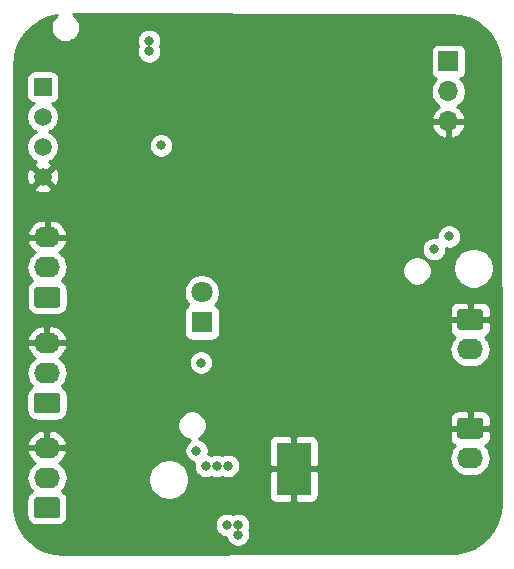
<source format=gbr>
%TF.GenerationSoftware,KiCad,Pcbnew,5.1.5+dfsg1-2build2*%
%TF.CreationDate,2022-07-17T21:36:19+12:00*%
%TF.ProjectId,automatic-plant-watering,6175746f-6d61-4746-9963-2d706c616e74,rev?*%
%TF.SameCoordinates,Original*%
%TF.FileFunction,Copper,L4,Bot*%
%TF.FilePolarity,Positive*%
%FSLAX46Y46*%
G04 Gerber Fmt 4.6, Leading zero omitted, Abs format (unit mm)*
G04 Created by KiCad (PCBNEW 5.1.5+dfsg1-2build2) date 2022-07-17 21:36:19*
%MOMM*%
%LPD*%
G04 APERTURE LIST*
%TA.AperFunction,ComponentPad*%
%ADD10C,1.500000*%
%TD*%
%TA.AperFunction,ComponentPad*%
%ADD11R,1.500000X1.500000*%
%TD*%
%TA.AperFunction,ViaPad*%
%ADD12C,0.600000*%
%TD*%
%TA.AperFunction,Conductor*%
%ADD13R,2.950000X4.500000*%
%TD*%
%TA.AperFunction,ComponentPad*%
%ADD14O,2.200000X1.740000*%
%TD*%
%TA.AperFunction,ComponentPad*%
%ADD15C,0.100000*%
%TD*%
%TA.AperFunction,ComponentPad*%
%ADD16O,1.700000X1.700000*%
%TD*%
%TA.AperFunction,ComponentPad*%
%ADD17R,1.700000X1.700000*%
%TD*%
%TA.AperFunction,ComponentPad*%
%ADD18C,1.800000*%
%TD*%
%TA.AperFunction,ComponentPad*%
%ADD19R,1.800000X1.800000*%
%TD*%
%TA.AperFunction,ViaPad*%
%ADD20C,0.800000*%
%TD*%
%TA.AperFunction,Conductor*%
%ADD21C,0.254000*%
%TD*%
G04 APERTURE END LIST*
D10*
%TO.P,U4,4*%
%TO.N,GND*%
X231853740Y-114226340D03*
%TO.P,U4,3*%
%TO.N,Net-(U4-Pad3)*%
X231853740Y-111686340D03*
%TO.P,U4,2*%
%TO.N,TEMP_HUMID_SEN*%
X231853740Y-109146340D03*
D11*
%TO.P,U4,1*%
%TO.N,+3V3*%
X231853740Y-106606340D03*
%TD*%
D12*
%TO.N,GND*%
%TO.C,U2*%
X253698300Y-140738000D03*
X253698300Y-139638000D03*
X252498300Y-139638000D03*
X252498300Y-140738000D03*
X253698300Y-137138000D03*
X253698300Y-138338000D03*
X252498300Y-138338000D03*
X252498300Y-137138000D03*
D13*
X253098300Y-138938000D03*
%TD*%
D14*
%TO.P,J9,3*%
%TO.N,GND*%
X232209340Y-137152380D03*
%TO.P,J9,2*%
%TO.N,Net-(C10-Pad1)*%
X232209340Y-139692380D03*
%TA.AperFunction,ComponentPad*%
D15*
%TO.P,J9,1*%
%TO.N,+3V3*%
G36*
X233083845Y-141363584D02*
G01*
X233108113Y-141367184D01*
X233131912Y-141373145D01*
X233155011Y-141381410D01*
X233177190Y-141391900D01*
X233198233Y-141404512D01*
X233217939Y-141419127D01*
X233236117Y-141435603D01*
X233252593Y-141453781D01*
X233267208Y-141473487D01*
X233279820Y-141494530D01*
X233290310Y-141516709D01*
X233298575Y-141539808D01*
X233304536Y-141563607D01*
X233308136Y-141587875D01*
X233309340Y-141612379D01*
X233309340Y-142852381D01*
X233308136Y-142876885D01*
X233304536Y-142901153D01*
X233298575Y-142924952D01*
X233290310Y-142948051D01*
X233279820Y-142970230D01*
X233267208Y-142991273D01*
X233252593Y-143010979D01*
X233236117Y-143029157D01*
X233217939Y-143045633D01*
X233198233Y-143060248D01*
X233177190Y-143072860D01*
X233155011Y-143083350D01*
X233131912Y-143091615D01*
X233108113Y-143097576D01*
X233083845Y-143101176D01*
X233059341Y-143102380D01*
X231359339Y-143102380D01*
X231334835Y-143101176D01*
X231310567Y-143097576D01*
X231286768Y-143091615D01*
X231263669Y-143083350D01*
X231241490Y-143072860D01*
X231220447Y-143060248D01*
X231200741Y-143045633D01*
X231182563Y-143029157D01*
X231166087Y-143010979D01*
X231151472Y-142991273D01*
X231138860Y-142970230D01*
X231128370Y-142948051D01*
X231120105Y-142924952D01*
X231114144Y-142901153D01*
X231110544Y-142876885D01*
X231109340Y-142852381D01*
X231109340Y-141612379D01*
X231110544Y-141587875D01*
X231114144Y-141563607D01*
X231120105Y-141539808D01*
X231128370Y-141516709D01*
X231138860Y-141494530D01*
X231151472Y-141473487D01*
X231166087Y-141453781D01*
X231182563Y-141435603D01*
X231200741Y-141419127D01*
X231220447Y-141404512D01*
X231241490Y-141391900D01*
X231263669Y-141381410D01*
X231286768Y-141373145D01*
X231310567Y-141367184D01*
X231334835Y-141363584D01*
X231359339Y-141362380D01*
X233059341Y-141362380D01*
X233083845Y-141363584D01*
G37*
%TD.AperFunction*%
%TD*%
D14*
%TO.P,J8,3*%
%TO.N,GND*%
X232214420Y-128277620D03*
%TO.P,J8,2*%
%TO.N,Net-(C9-Pad1)*%
X232214420Y-130817620D03*
%TA.AperFunction,ComponentPad*%
D15*
%TO.P,J8,1*%
%TO.N,+3V3*%
G36*
X233088925Y-132488824D02*
G01*
X233113193Y-132492424D01*
X233136992Y-132498385D01*
X233160091Y-132506650D01*
X233182270Y-132517140D01*
X233203313Y-132529752D01*
X233223019Y-132544367D01*
X233241197Y-132560843D01*
X233257673Y-132579021D01*
X233272288Y-132598727D01*
X233284900Y-132619770D01*
X233295390Y-132641949D01*
X233303655Y-132665048D01*
X233309616Y-132688847D01*
X233313216Y-132713115D01*
X233314420Y-132737619D01*
X233314420Y-133977621D01*
X233313216Y-134002125D01*
X233309616Y-134026393D01*
X233303655Y-134050192D01*
X233295390Y-134073291D01*
X233284900Y-134095470D01*
X233272288Y-134116513D01*
X233257673Y-134136219D01*
X233241197Y-134154397D01*
X233223019Y-134170873D01*
X233203313Y-134185488D01*
X233182270Y-134198100D01*
X233160091Y-134208590D01*
X233136992Y-134216855D01*
X233113193Y-134222816D01*
X233088925Y-134226416D01*
X233064421Y-134227620D01*
X231364419Y-134227620D01*
X231339915Y-134226416D01*
X231315647Y-134222816D01*
X231291848Y-134216855D01*
X231268749Y-134208590D01*
X231246570Y-134198100D01*
X231225527Y-134185488D01*
X231205821Y-134170873D01*
X231187643Y-134154397D01*
X231171167Y-134136219D01*
X231156552Y-134116513D01*
X231143940Y-134095470D01*
X231133450Y-134073291D01*
X231125185Y-134050192D01*
X231119224Y-134026393D01*
X231115624Y-134002125D01*
X231114420Y-133977621D01*
X231114420Y-132737619D01*
X231115624Y-132713115D01*
X231119224Y-132688847D01*
X231125185Y-132665048D01*
X231133450Y-132641949D01*
X231143940Y-132619770D01*
X231156552Y-132598727D01*
X231171167Y-132579021D01*
X231187643Y-132560843D01*
X231205821Y-132544367D01*
X231225527Y-132529752D01*
X231246570Y-132517140D01*
X231268749Y-132506650D01*
X231291848Y-132498385D01*
X231315647Y-132492424D01*
X231339915Y-132488824D01*
X231364419Y-132487620D01*
X233064421Y-132487620D01*
X233088925Y-132488824D01*
G37*
%TD.AperFunction*%
%TD*%
D14*
%TO.P,J4,3*%
%TO.N,GND*%
X232219500Y-119346980D03*
%TO.P,J4,2*%
%TO.N,Net-(C8-Pad1)*%
X232219500Y-121886980D03*
%TA.AperFunction,ComponentPad*%
D15*
%TO.P,J4,1*%
%TO.N,+3V3*%
G36*
X233094005Y-123558184D02*
G01*
X233118273Y-123561784D01*
X233142072Y-123567745D01*
X233165171Y-123576010D01*
X233187350Y-123586500D01*
X233208393Y-123599112D01*
X233228099Y-123613727D01*
X233246277Y-123630203D01*
X233262753Y-123648381D01*
X233277368Y-123668087D01*
X233289980Y-123689130D01*
X233300470Y-123711309D01*
X233308735Y-123734408D01*
X233314696Y-123758207D01*
X233318296Y-123782475D01*
X233319500Y-123806979D01*
X233319500Y-125046981D01*
X233318296Y-125071485D01*
X233314696Y-125095753D01*
X233308735Y-125119552D01*
X233300470Y-125142651D01*
X233289980Y-125164830D01*
X233277368Y-125185873D01*
X233262753Y-125205579D01*
X233246277Y-125223757D01*
X233228099Y-125240233D01*
X233208393Y-125254848D01*
X233187350Y-125267460D01*
X233165171Y-125277950D01*
X233142072Y-125286215D01*
X233118273Y-125292176D01*
X233094005Y-125295776D01*
X233069501Y-125296980D01*
X231369499Y-125296980D01*
X231344995Y-125295776D01*
X231320727Y-125292176D01*
X231296928Y-125286215D01*
X231273829Y-125277950D01*
X231251650Y-125267460D01*
X231230607Y-125254848D01*
X231210901Y-125240233D01*
X231192723Y-125223757D01*
X231176247Y-125205579D01*
X231161632Y-125185873D01*
X231149020Y-125164830D01*
X231138530Y-125142651D01*
X231130265Y-125119552D01*
X231124304Y-125095753D01*
X231120704Y-125071485D01*
X231119500Y-125046981D01*
X231119500Y-123806979D01*
X231120704Y-123782475D01*
X231124304Y-123758207D01*
X231130265Y-123734408D01*
X231138530Y-123711309D01*
X231149020Y-123689130D01*
X231161632Y-123668087D01*
X231176247Y-123648381D01*
X231192723Y-123630203D01*
X231210901Y-123613727D01*
X231230607Y-123599112D01*
X231251650Y-123586500D01*
X231273829Y-123576010D01*
X231296928Y-123567745D01*
X231320727Y-123561784D01*
X231344995Y-123558184D01*
X231369499Y-123556980D01*
X233069501Y-123556980D01*
X233094005Y-123558184D01*
G37*
%TD.AperFunction*%
%TD*%
D14*
%TO.P,J3,2*%
%TO.N,Net-(D5-Pad1)*%
X268033500Y-128841500D03*
%TA.AperFunction,ComponentPad*%
D15*
%TO.P,J3,1*%
%TO.N,GND*%
G36*
X268908005Y-125432704D02*
G01*
X268932273Y-125436304D01*
X268956072Y-125442265D01*
X268979171Y-125450530D01*
X269001350Y-125461020D01*
X269022393Y-125473632D01*
X269042099Y-125488247D01*
X269060277Y-125504723D01*
X269076753Y-125522901D01*
X269091368Y-125542607D01*
X269103980Y-125563650D01*
X269114470Y-125585829D01*
X269122735Y-125608928D01*
X269128696Y-125632727D01*
X269132296Y-125656995D01*
X269133500Y-125681499D01*
X269133500Y-126921501D01*
X269132296Y-126946005D01*
X269128696Y-126970273D01*
X269122735Y-126994072D01*
X269114470Y-127017171D01*
X269103980Y-127039350D01*
X269091368Y-127060393D01*
X269076753Y-127080099D01*
X269060277Y-127098277D01*
X269042099Y-127114753D01*
X269022393Y-127129368D01*
X269001350Y-127141980D01*
X268979171Y-127152470D01*
X268956072Y-127160735D01*
X268932273Y-127166696D01*
X268908005Y-127170296D01*
X268883501Y-127171500D01*
X267183499Y-127171500D01*
X267158995Y-127170296D01*
X267134727Y-127166696D01*
X267110928Y-127160735D01*
X267087829Y-127152470D01*
X267065650Y-127141980D01*
X267044607Y-127129368D01*
X267024901Y-127114753D01*
X267006723Y-127098277D01*
X266990247Y-127080099D01*
X266975632Y-127060393D01*
X266963020Y-127039350D01*
X266952530Y-127017171D01*
X266944265Y-126994072D01*
X266938304Y-126970273D01*
X266934704Y-126946005D01*
X266933500Y-126921501D01*
X266933500Y-125681499D01*
X266934704Y-125656995D01*
X266938304Y-125632727D01*
X266944265Y-125608928D01*
X266952530Y-125585829D01*
X266963020Y-125563650D01*
X266975632Y-125542607D01*
X266990247Y-125522901D01*
X267006723Y-125504723D01*
X267024901Y-125488247D01*
X267044607Y-125473632D01*
X267065650Y-125461020D01*
X267087829Y-125450530D01*
X267110928Y-125442265D01*
X267134727Y-125436304D01*
X267158995Y-125432704D01*
X267183499Y-125431500D01*
X268883501Y-125431500D01*
X268908005Y-125432704D01*
G37*
%TD.AperFunction*%
%TD*%
D16*
%TO.P,J2,3*%
%TO.N,GND*%
X266192000Y-109537500D03*
%TO.P,J2,2*%
%TO.N,TX_PROG*%
X266192000Y-106997500D03*
D17*
%TO.P,J2,1*%
%TO.N,RX_PROG*%
X266192000Y-104457500D03*
%TD*%
D18*
%TO.P,Q3,2*%
%TO.N,LIGHT_SENSOR*%
X245313200Y-124015500D03*
D19*
%TO.P,Q3,1*%
%TO.N,+3V3*%
X245313200Y-126555500D03*
%TD*%
D14*
%TO.P,J1,2*%
%TO.N,Net-(F1-Pad2)*%
X268033500Y-138049000D03*
%TA.AperFunction,ComponentPad*%
D15*
%TO.P,J1,1*%
%TO.N,GND*%
G36*
X268908005Y-134640204D02*
G01*
X268932273Y-134643804D01*
X268956072Y-134649765D01*
X268979171Y-134658030D01*
X269001350Y-134668520D01*
X269022393Y-134681132D01*
X269042099Y-134695747D01*
X269060277Y-134712223D01*
X269076753Y-134730401D01*
X269091368Y-134750107D01*
X269103980Y-134771150D01*
X269114470Y-134793329D01*
X269122735Y-134816428D01*
X269128696Y-134840227D01*
X269132296Y-134864495D01*
X269133500Y-134888999D01*
X269133500Y-136129001D01*
X269132296Y-136153505D01*
X269128696Y-136177773D01*
X269122735Y-136201572D01*
X269114470Y-136224671D01*
X269103980Y-136246850D01*
X269091368Y-136267893D01*
X269076753Y-136287599D01*
X269060277Y-136305777D01*
X269042099Y-136322253D01*
X269022393Y-136336868D01*
X269001350Y-136349480D01*
X268979171Y-136359970D01*
X268956072Y-136368235D01*
X268932273Y-136374196D01*
X268908005Y-136377796D01*
X268883501Y-136379000D01*
X267183499Y-136379000D01*
X267158995Y-136377796D01*
X267134727Y-136374196D01*
X267110928Y-136368235D01*
X267087829Y-136359970D01*
X267065650Y-136349480D01*
X267044607Y-136336868D01*
X267024901Y-136322253D01*
X267006723Y-136305777D01*
X266990247Y-136287599D01*
X266975632Y-136267893D01*
X266963020Y-136246850D01*
X266952530Y-136224671D01*
X266944265Y-136201572D01*
X266938304Y-136177773D01*
X266934704Y-136153505D01*
X266933500Y-136129001D01*
X266933500Y-134888999D01*
X266934704Y-134864495D01*
X266938304Y-134840227D01*
X266944265Y-134816428D01*
X266952530Y-134793329D01*
X266963020Y-134771150D01*
X266975632Y-134750107D01*
X266990247Y-134730401D01*
X267006723Y-134712223D01*
X267024901Y-134695747D01*
X267044607Y-134681132D01*
X267065650Y-134668520D01*
X267087829Y-134658030D01*
X267110928Y-134649765D01*
X267134727Y-134643804D01*
X267158995Y-134640204D01*
X267183499Y-134639000D01*
X268883501Y-134639000D01*
X268908005Y-134640204D01*
G37*
%TD.AperFunction*%
%TD*%
D20*
%TO.N,GND*%
X257616960Y-140931900D03*
X254297180Y-142709900D03*
X254304800Y-143545560D03*
X254309880Y-144465040D03*
X243812060Y-106928920D03*
X235907580Y-103649780D03*
X235922820Y-114642900D03*
X236359700Y-142506700D03*
X236448600Y-133527800D03*
X236410500Y-124675900D03*
X248399300Y-126822200D03*
X268630400Y-110972600D03*
X268325600Y-118338600D03*
X248602500Y-116776500D03*
X247243600Y-119418100D03*
X242227100Y-113703100D03*
X251206000Y-124409200D03*
X251218700Y-127482600D03*
X247472200Y-101079300D03*
X255054100Y-109855000D03*
X254965200Y-108267500D03*
X255003300Y-107022900D03*
X253415800Y-107022900D03*
X253377700Y-108318300D03*
X253441200Y-109931200D03*
X251726700Y-109943900D03*
X251841000Y-108445300D03*
X251841000Y-107061000D03*
X266230100Y-115295680D03*
X261607300Y-123952000D03*
X262610600Y-123926600D03*
X263575800Y-123913900D03*
X259257800Y-127393700D03*
X259334000Y-124333000D03*
X261035800Y-101028500D03*
X264515600Y-101053900D03*
X263824720Y-133327140D03*
X249588020Y-133278880D03*
X249600720Y-134233920D03*
X244475000Y-142697200D03*
X245694200Y-143954500D03*
X249428000Y-130175000D03*
%TO.N,+3V3*%
X240863120Y-103606600D03*
X241871500Y-111556800D03*
X240868200Y-102704900D03*
X266255500Y-119265700D03*
X264972800Y-120357900D03*
X245249700Y-129946400D03*
X247523000Y-138696700D03*
X246595900Y-138696700D03*
X245656100Y-138696700D03*
X244868700Y-137401300D03*
X247446800Y-143687800D03*
X248378980Y-143700500D03*
X248384060Y-144515840D03*
%TD*%
D21*
%TO.N,GND*%
G36*
X261616428Y-100481998D02*
G01*
X266400323Y-100531686D01*
X267192687Y-100604494D01*
X267925965Y-100811300D01*
X268609276Y-101148272D01*
X269219737Y-101604125D01*
X269736902Y-102163590D01*
X270143456Y-102807940D01*
X270425778Y-103515584D01*
X270576958Y-104275617D01*
X270600008Y-104715450D01*
X270615987Y-141888285D01*
X270543506Y-142677087D01*
X270336701Y-143410364D01*
X269999728Y-144093676D01*
X269543873Y-144704139D01*
X268984407Y-145221304D01*
X268340060Y-145627857D01*
X267632418Y-145910177D01*
X266872384Y-146061358D01*
X266435024Y-146084279D01*
X261653546Y-146050621D01*
X261650028Y-146050287D01*
X261621056Y-146050392D01*
X261592228Y-146050189D01*
X261588726Y-146050509D01*
X233594701Y-146151891D01*
X232806948Y-146079506D01*
X232073671Y-145872701D01*
X231390359Y-145535728D01*
X230779896Y-145079873D01*
X230262731Y-144520407D01*
X229856178Y-143876060D01*
X229573858Y-143168418D01*
X229422677Y-142408384D01*
X229399635Y-141968709D01*
X229399635Y-139692380D01*
X230467058Y-139692380D01*
X230496116Y-139987412D01*
X230582174Y-140271105D01*
X230721923Y-140532559D01*
X230909995Y-140761725D01*
X230975454Y-140815446D01*
X230865953Y-140873975D01*
X230731378Y-140984418D01*
X230620935Y-141118993D01*
X230538868Y-141272529D01*
X230488332Y-141439125D01*
X230471268Y-141612379D01*
X230471268Y-142852381D01*
X230488332Y-143025635D01*
X230538868Y-143192231D01*
X230620935Y-143345767D01*
X230731378Y-143480342D01*
X230865953Y-143590785D01*
X231019489Y-143672852D01*
X231186085Y-143723388D01*
X231359339Y-143740452D01*
X233059341Y-143740452D01*
X233232595Y-143723388D01*
X233399191Y-143672852D01*
X233552727Y-143590785D01*
X233558726Y-143585861D01*
X246411800Y-143585861D01*
X246411800Y-143789739D01*
X246451574Y-143989698D01*
X246529595Y-144178056D01*
X246642863Y-144347574D01*
X246787026Y-144491737D01*
X246956544Y-144605005D01*
X247144902Y-144683026D01*
X247344861Y-144722800D01*
X247369950Y-144722800D01*
X247388834Y-144817738D01*
X247466855Y-145006096D01*
X247580123Y-145175614D01*
X247724286Y-145319777D01*
X247893804Y-145433045D01*
X248082162Y-145511066D01*
X248282121Y-145550840D01*
X248485999Y-145550840D01*
X248685958Y-145511066D01*
X248874316Y-145433045D01*
X249043834Y-145319777D01*
X249187997Y-145175614D01*
X249301265Y-145006096D01*
X249379286Y-144817738D01*
X249419060Y-144617779D01*
X249419060Y-144413901D01*
X249379286Y-144213942D01*
X249332933Y-144102038D01*
X249374206Y-144002398D01*
X249413980Y-143802439D01*
X249413980Y-143598561D01*
X249374206Y-143398602D01*
X249296185Y-143210244D01*
X249182917Y-143040726D01*
X249038754Y-142896563D01*
X248869236Y-142783295D01*
X248680878Y-142705274D01*
X248480919Y-142665500D01*
X248277041Y-142665500D01*
X248077082Y-142705274D01*
X247928220Y-142766935D01*
X247748698Y-142692574D01*
X247548739Y-142652800D01*
X247344861Y-142652800D01*
X247144902Y-142692574D01*
X246956544Y-142770595D01*
X246787026Y-142883863D01*
X246642863Y-143028026D01*
X246529595Y-143197544D01*
X246451574Y-143385902D01*
X246411800Y-143585861D01*
X233558726Y-143585861D01*
X233687302Y-143480342D01*
X233797745Y-143345767D01*
X233879812Y-143192231D01*
X233930348Y-143025635D01*
X233947412Y-142852381D01*
X233947412Y-141612379D01*
X233930348Y-141439125D01*
X233879812Y-141272529D01*
X233797745Y-141118993D01*
X233687302Y-140984418D01*
X233552727Y-140873975D01*
X233443226Y-140815446D01*
X233508685Y-140761725D01*
X233696757Y-140532559D01*
X233836506Y-140271105D01*
X233922564Y-139987412D01*
X233951622Y-139692380D01*
X233950302Y-139678977D01*
X240776580Y-139678977D01*
X240776580Y-140020743D01*
X240843255Y-140355941D01*
X240974043Y-140671691D01*
X241163917Y-140955858D01*
X241405582Y-141197523D01*
X241689749Y-141387397D01*
X242005499Y-141518185D01*
X242340697Y-141584860D01*
X242682463Y-141584860D01*
X243017661Y-141518185D01*
X243333411Y-141387397D01*
X243617578Y-141197523D01*
X243859243Y-140955858D01*
X244049117Y-140671691D01*
X244179905Y-140355941D01*
X244246580Y-140020743D01*
X244246580Y-139678977D01*
X244179905Y-139343779D01*
X244049117Y-139028029D01*
X243859243Y-138743862D01*
X243617578Y-138502197D01*
X243333411Y-138312323D01*
X243017661Y-138181535D01*
X242682463Y-138114860D01*
X242340697Y-138114860D01*
X242005499Y-138181535D01*
X241689749Y-138312323D01*
X241405582Y-138502197D01*
X241163917Y-138743862D01*
X240974043Y-139028029D01*
X240843255Y-139343779D01*
X240776580Y-139678977D01*
X233950302Y-139678977D01*
X233922564Y-139397348D01*
X233836506Y-139113655D01*
X233696757Y-138852201D01*
X233508685Y-138623035D01*
X233279519Y-138434963D01*
X233251671Y-138420078D01*
X233388243Y-138330636D01*
X233599876Y-138122874D01*
X233766911Y-137877817D01*
X233882928Y-137604882D01*
X233900642Y-137512411D01*
X233779586Y-137279380D01*
X232336340Y-137279380D01*
X232336340Y-137299380D01*
X232082340Y-137299380D01*
X232082340Y-137279380D01*
X230639094Y-137279380D01*
X230518038Y-137512411D01*
X230535752Y-137604882D01*
X230651769Y-137877817D01*
X230818804Y-138122874D01*
X231030437Y-138330636D01*
X231167009Y-138420078D01*
X231139161Y-138434963D01*
X230909995Y-138623035D01*
X230721923Y-138852201D01*
X230582174Y-139113655D01*
X230496116Y-139397348D01*
X230467058Y-139692380D01*
X229399635Y-139692380D01*
X229399635Y-136792349D01*
X230518038Y-136792349D01*
X230639094Y-137025380D01*
X232082340Y-137025380D01*
X232082340Y-135801794D01*
X232336340Y-135801794D01*
X232336340Y-137025380D01*
X233779586Y-137025380D01*
X233900642Y-136792349D01*
X233882928Y-136699878D01*
X233766911Y-136426943D01*
X233599876Y-136181886D01*
X233388243Y-135974124D01*
X233140144Y-135811642D01*
X232865113Y-135700684D01*
X232573720Y-135645514D01*
X232336340Y-135801794D01*
X232082340Y-135801794D01*
X231844960Y-135645514D01*
X231553567Y-135700684D01*
X231278536Y-135811642D01*
X231030437Y-135974124D01*
X230818804Y-136181886D01*
X230651769Y-136426943D01*
X230535752Y-136699878D01*
X230518038Y-136792349D01*
X229399635Y-136792349D01*
X229399635Y-135134430D01*
X243242828Y-135134430D01*
X243242828Y-135380650D01*
X243290863Y-135622138D01*
X243385087Y-135849614D01*
X243521879Y-136054338D01*
X243695982Y-136228441D01*
X243900706Y-136365233D01*
X244128182Y-136459457D01*
X244349448Y-136503470D01*
X244208926Y-136597363D01*
X244064763Y-136741526D01*
X243951495Y-136911044D01*
X243873474Y-137099402D01*
X243833700Y-137299361D01*
X243833700Y-137503239D01*
X243873474Y-137703198D01*
X243951495Y-137891556D01*
X244064763Y-138061074D01*
X244208926Y-138205237D01*
X244378444Y-138318505D01*
X244566802Y-138396526D01*
X244656964Y-138414460D01*
X244621100Y-138594761D01*
X244621100Y-138798639D01*
X244660874Y-138998598D01*
X244738895Y-139186956D01*
X244852163Y-139356474D01*
X244996326Y-139500637D01*
X245165844Y-139613905D01*
X245354202Y-139691926D01*
X245554161Y-139731700D01*
X245758039Y-139731700D01*
X245957998Y-139691926D01*
X246126000Y-139622337D01*
X246294002Y-139691926D01*
X246493961Y-139731700D01*
X246697839Y-139731700D01*
X246897798Y-139691926D01*
X247059450Y-139624967D01*
X247221102Y-139691926D01*
X247421061Y-139731700D01*
X247624939Y-139731700D01*
X247824898Y-139691926D01*
X248013256Y-139613905D01*
X248182774Y-139500637D01*
X248326937Y-139356474D01*
X248440205Y-139186956D01*
X248518226Y-138998598D01*
X248558000Y-138798639D01*
X248558000Y-138594761D01*
X248518226Y-138394802D01*
X248440205Y-138206444D01*
X248326937Y-138036926D01*
X248182774Y-137892763D01*
X248013256Y-137779495D01*
X247824898Y-137701474D01*
X247624939Y-137661700D01*
X247421061Y-137661700D01*
X247221102Y-137701474D01*
X247059450Y-137768433D01*
X246897798Y-137701474D01*
X246697839Y-137661700D01*
X246493961Y-137661700D01*
X246294002Y-137701474D01*
X246126000Y-137771063D01*
X245957998Y-137701474D01*
X245867836Y-137683540D01*
X245903700Y-137503239D01*
X245903700Y-137299361D01*
X245863926Y-137099402D01*
X245785905Y-136911044D01*
X245672637Y-136741526D01*
X245619111Y-136688000D01*
X250985228Y-136688000D01*
X250988300Y-138652250D01*
X251147050Y-138811000D01*
X252053833Y-138811000D01*
X252045143Y-138970762D01*
X252043364Y-138972541D01*
X252044205Y-138988000D01*
X252043364Y-139003459D01*
X252045143Y-139005238D01*
X252048394Y-139065000D01*
X251147050Y-139065000D01*
X250988300Y-139223750D01*
X250985228Y-141188000D01*
X250997488Y-141312482D01*
X251033798Y-141432180D01*
X251092763Y-141542494D01*
X251172115Y-141639185D01*
X251268806Y-141718537D01*
X251379120Y-141777502D01*
X251498818Y-141813812D01*
X251623300Y-141826072D01*
X252812550Y-141823000D01*
X252971300Y-141664250D01*
X252971300Y-141187906D01*
X253063759Y-141192936D01*
X253098300Y-141158395D01*
X253132841Y-141192936D01*
X253225300Y-141187906D01*
X253225300Y-141664250D01*
X253384050Y-141823000D01*
X254573300Y-141826072D01*
X254697782Y-141813812D01*
X254817480Y-141777502D01*
X254927794Y-141718537D01*
X255024485Y-141639185D01*
X255103837Y-141542494D01*
X255162802Y-141432180D01*
X255199112Y-141312482D01*
X255211372Y-141188000D01*
X255208300Y-139223750D01*
X255049550Y-139065000D01*
X254148206Y-139065000D01*
X254151457Y-139005238D01*
X254153236Y-139003459D01*
X254152395Y-138988000D01*
X254153236Y-138972541D01*
X254151457Y-138970762D01*
X254142767Y-138811000D01*
X255049550Y-138811000D01*
X255208300Y-138652250D01*
X255209243Y-138049000D01*
X266291218Y-138049000D01*
X266320276Y-138344032D01*
X266406334Y-138627725D01*
X266546083Y-138889179D01*
X266734155Y-139118345D01*
X266963321Y-139306417D01*
X267224775Y-139446166D01*
X267508468Y-139532224D01*
X267729564Y-139554000D01*
X268337436Y-139554000D01*
X268558532Y-139532224D01*
X268842225Y-139446166D01*
X269103679Y-139306417D01*
X269332845Y-139118345D01*
X269520917Y-138889179D01*
X269660666Y-138627725D01*
X269746724Y-138344032D01*
X269775782Y-138049000D01*
X269746724Y-137753968D01*
X269660666Y-137470275D01*
X269520917Y-137208821D01*
X269334453Y-136981615D01*
X269377680Y-136968502D01*
X269487994Y-136909537D01*
X269584685Y-136830185D01*
X269664037Y-136733494D01*
X269723002Y-136623180D01*
X269759312Y-136503482D01*
X269771572Y-136379000D01*
X269768500Y-135794750D01*
X269609750Y-135636000D01*
X268160500Y-135636000D01*
X268160500Y-135656000D01*
X267906500Y-135656000D01*
X267906500Y-135636000D01*
X266457250Y-135636000D01*
X266298500Y-135794750D01*
X266295428Y-136379000D01*
X266307688Y-136503482D01*
X266343998Y-136623180D01*
X266402963Y-136733494D01*
X266482315Y-136830185D01*
X266579006Y-136909537D01*
X266689320Y-136968502D01*
X266732547Y-136981615D01*
X266546083Y-137208821D01*
X266406334Y-137470275D01*
X266320276Y-137753968D01*
X266291218Y-138049000D01*
X255209243Y-138049000D01*
X255211372Y-136688000D01*
X255199112Y-136563518D01*
X255162802Y-136443820D01*
X255103837Y-136333506D01*
X255024485Y-136236815D01*
X254927794Y-136157463D01*
X254817480Y-136098498D01*
X254697782Y-136062188D01*
X254573300Y-136049928D01*
X253384050Y-136053000D01*
X253225300Y-136211750D01*
X253225300Y-136688094D01*
X253132841Y-136683064D01*
X253098300Y-136717605D01*
X253063759Y-136683064D01*
X252971300Y-136688094D01*
X252971300Y-136211750D01*
X252812550Y-136053000D01*
X251623300Y-136049928D01*
X251498818Y-136062188D01*
X251379120Y-136098498D01*
X251268806Y-136157463D01*
X251172115Y-136236815D01*
X251092763Y-136333506D01*
X251033798Y-136443820D01*
X250997488Y-136563518D01*
X250985228Y-136688000D01*
X245619111Y-136688000D01*
X245528474Y-136597363D01*
X245358956Y-136484095D01*
X245170598Y-136406074D01*
X245046060Y-136381302D01*
X245084854Y-136365233D01*
X245289578Y-136228441D01*
X245463681Y-136054338D01*
X245600473Y-135849614D01*
X245694697Y-135622138D01*
X245742732Y-135380650D01*
X245742732Y-135134430D01*
X245694697Y-134892942D01*
X245600473Y-134665466D01*
X245582790Y-134639000D01*
X266295428Y-134639000D01*
X266298500Y-135223250D01*
X266457250Y-135382000D01*
X267906500Y-135382000D01*
X267906500Y-134162750D01*
X268160500Y-134162750D01*
X268160500Y-135382000D01*
X269609750Y-135382000D01*
X269768500Y-135223250D01*
X269771572Y-134639000D01*
X269759312Y-134514518D01*
X269723002Y-134394820D01*
X269664037Y-134284506D01*
X269584685Y-134187815D01*
X269487994Y-134108463D01*
X269377680Y-134049498D01*
X269257982Y-134013188D01*
X269133500Y-134000928D01*
X268319250Y-134004000D01*
X268160500Y-134162750D01*
X267906500Y-134162750D01*
X267747750Y-134004000D01*
X266933500Y-134000928D01*
X266809018Y-134013188D01*
X266689320Y-134049498D01*
X266579006Y-134108463D01*
X266482315Y-134187815D01*
X266402963Y-134284506D01*
X266343998Y-134394820D01*
X266307688Y-134514518D01*
X266295428Y-134639000D01*
X245582790Y-134639000D01*
X245463681Y-134460742D01*
X245289578Y-134286639D01*
X245084854Y-134149847D01*
X244857378Y-134055623D01*
X244615890Y-134007588D01*
X244369670Y-134007588D01*
X244128182Y-134055623D01*
X243900706Y-134149847D01*
X243695982Y-134286639D01*
X243521879Y-134460742D01*
X243385087Y-134665466D01*
X243290863Y-134892942D01*
X243242828Y-135134430D01*
X229399635Y-135134430D01*
X229399635Y-130817620D01*
X230472138Y-130817620D01*
X230501196Y-131112652D01*
X230587254Y-131396345D01*
X230727003Y-131657799D01*
X230915075Y-131886965D01*
X230980534Y-131940686D01*
X230871033Y-131999215D01*
X230736458Y-132109658D01*
X230626015Y-132244233D01*
X230543948Y-132397769D01*
X230493412Y-132564365D01*
X230476348Y-132737619D01*
X230476348Y-133977621D01*
X230493412Y-134150875D01*
X230543948Y-134317471D01*
X230626015Y-134471007D01*
X230736458Y-134605582D01*
X230871033Y-134716025D01*
X231024569Y-134798092D01*
X231191165Y-134848628D01*
X231364419Y-134865692D01*
X233064421Y-134865692D01*
X233237675Y-134848628D01*
X233404271Y-134798092D01*
X233557807Y-134716025D01*
X233692382Y-134605582D01*
X233802825Y-134471007D01*
X233884892Y-134317471D01*
X233935428Y-134150875D01*
X233952492Y-133977621D01*
X233952492Y-132737619D01*
X233935428Y-132564365D01*
X233884892Y-132397769D01*
X233802825Y-132244233D01*
X233692382Y-132109658D01*
X233557807Y-131999215D01*
X233448306Y-131940686D01*
X233513765Y-131886965D01*
X233701837Y-131657799D01*
X233841586Y-131396345D01*
X233927644Y-131112652D01*
X233956702Y-130817620D01*
X233927644Y-130522588D01*
X233841586Y-130238895D01*
X233701837Y-129977441D01*
X233592703Y-129844461D01*
X244214700Y-129844461D01*
X244214700Y-130048339D01*
X244254474Y-130248298D01*
X244332495Y-130436656D01*
X244445763Y-130606174D01*
X244589926Y-130750337D01*
X244759444Y-130863605D01*
X244947802Y-130941626D01*
X245147761Y-130981400D01*
X245351639Y-130981400D01*
X245551598Y-130941626D01*
X245739956Y-130863605D01*
X245909474Y-130750337D01*
X246053637Y-130606174D01*
X246166905Y-130436656D01*
X246244926Y-130248298D01*
X246284700Y-130048339D01*
X246284700Y-129844461D01*
X246244926Y-129644502D01*
X246166905Y-129456144D01*
X246053637Y-129286626D01*
X245909474Y-129142463D01*
X245739956Y-129029195D01*
X245551598Y-128951174D01*
X245351639Y-128911400D01*
X245147761Y-128911400D01*
X244947802Y-128951174D01*
X244759444Y-129029195D01*
X244589926Y-129142463D01*
X244445763Y-129286626D01*
X244332495Y-129456144D01*
X244254474Y-129644502D01*
X244214700Y-129844461D01*
X233592703Y-129844461D01*
X233513765Y-129748275D01*
X233284599Y-129560203D01*
X233256751Y-129545318D01*
X233393323Y-129455876D01*
X233604956Y-129248114D01*
X233771991Y-129003057D01*
X233840664Y-128841500D01*
X266291218Y-128841500D01*
X266320276Y-129136532D01*
X266406334Y-129420225D01*
X266546083Y-129681679D01*
X266734155Y-129910845D01*
X266963321Y-130098917D01*
X267224775Y-130238666D01*
X267508468Y-130324724D01*
X267729564Y-130346500D01*
X268337436Y-130346500D01*
X268558532Y-130324724D01*
X268842225Y-130238666D01*
X269103679Y-130098917D01*
X269332845Y-129910845D01*
X269520917Y-129681679D01*
X269660666Y-129420225D01*
X269746724Y-129136532D01*
X269775782Y-128841500D01*
X269746724Y-128546468D01*
X269660666Y-128262775D01*
X269520917Y-128001321D01*
X269334453Y-127774115D01*
X269377680Y-127761002D01*
X269487994Y-127702037D01*
X269584685Y-127622685D01*
X269664037Y-127525994D01*
X269723002Y-127415680D01*
X269759312Y-127295982D01*
X269771572Y-127171500D01*
X269768500Y-126587250D01*
X269609750Y-126428500D01*
X268160500Y-126428500D01*
X268160500Y-126448500D01*
X267906500Y-126448500D01*
X267906500Y-126428500D01*
X266457250Y-126428500D01*
X266298500Y-126587250D01*
X266295428Y-127171500D01*
X266307688Y-127295982D01*
X266343998Y-127415680D01*
X266402963Y-127525994D01*
X266482315Y-127622685D01*
X266579006Y-127702037D01*
X266689320Y-127761002D01*
X266732547Y-127774115D01*
X266546083Y-128001321D01*
X266406334Y-128262775D01*
X266320276Y-128546468D01*
X266291218Y-128841500D01*
X233840664Y-128841500D01*
X233888008Y-128730122D01*
X233905722Y-128637651D01*
X233784666Y-128404620D01*
X232341420Y-128404620D01*
X232341420Y-128424620D01*
X232087420Y-128424620D01*
X232087420Y-128404620D01*
X230644174Y-128404620D01*
X230523118Y-128637651D01*
X230540832Y-128730122D01*
X230656849Y-129003057D01*
X230823884Y-129248114D01*
X231035517Y-129455876D01*
X231172089Y-129545318D01*
X231144241Y-129560203D01*
X230915075Y-129748275D01*
X230727003Y-129977441D01*
X230587254Y-130238895D01*
X230501196Y-130522588D01*
X230472138Y-130817620D01*
X229399635Y-130817620D01*
X229399635Y-127917589D01*
X230523118Y-127917589D01*
X230644174Y-128150620D01*
X232087420Y-128150620D01*
X232087420Y-126927034D01*
X232341420Y-126927034D01*
X232341420Y-128150620D01*
X233784666Y-128150620D01*
X233905722Y-127917589D01*
X233888008Y-127825118D01*
X233771991Y-127552183D01*
X233604956Y-127307126D01*
X233393323Y-127099364D01*
X233145224Y-126936882D01*
X232870193Y-126825924D01*
X232578800Y-126770754D01*
X232341420Y-126927034D01*
X232087420Y-126927034D01*
X231850040Y-126770754D01*
X231558647Y-126825924D01*
X231283616Y-126936882D01*
X231035517Y-127099364D01*
X230823884Y-127307126D01*
X230656849Y-127552183D01*
X230540832Y-127825118D01*
X230523118Y-127917589D01*
X229399635Y-127917589D01*
X229399635Y-121886980D01*
X230477218Y-121886980D01*
X230506276Y-122182012D01*
X230592334Y-122465705D01*
X230732083Y-122727159D01*
X230920155Y-122956325D01*
X230985614Y-123010046D01*
X230876113Y-123068575D01*
X230741538Y-123179018D01*
X230631095Y-123313593D01*
X230549028Y-123467129D01*
X230498492Y-123633725D01*
X230481428Y-123806979D01*
X230481428Y-125046981D01*
X230498492Y-125220235D01*
X230549028Y-125386831D01*
X230631095Y-125540367D01*
X230741538Y-125674942D01*
X230876113Y-125785385D01*
X231029649Y-125867452D01*
X231196245Y-125917988D01*
X231369499Y-125935052D01*
X233069501Y-125935052D01*
X233242755Y-125917988D01*
X233409351Y-125867452D01*
X233562887Y-125785385D01*
X233697462Y-125674942D01*
X233713417Y-125655500D01*
X243775128Y-125655500D01*
X243775128Y-127455500D01*
X243787388Y-127579982D01*
X243823698Y-127699680D01*
X243882663Y-127809994D01*
X243962015Y-127906685D01*
X244058706Y-127986037D01*
X244169020Y-128045002D01*
X244288718Y-128081312D01*
X244413200Y-128093572D01*
X246213200Y-128093572D01*
X246337682Y-128081312D01*
X246457380Y-128045002D01*
X246567694Y-127986037D01*
X246664385Y-127906685D01*
X246743737Y-127809994D01*
X246802702Y-127699680D01*
X246839012Y-127579982D01*
X246851272Y-127455500D01*
X246851272Y-125655500D01*
X246839012Y-125531018D01*
X246808824Y-125431500D01*
X266295428Y-125431500D01*
X266298500Y-126015750D01*
X266457250Y-126174500D01*
X267906500Y-126174500D01*
X267906500Y-124955250D01*
X268160500Y-124955250D01*
X268160500Y-126174500D01*
X269609750Y-126174500D01*
X269768500Y-126015750D01*
X269771572Y-125431500D01*
X269759312Y-125307018D01*
X269723002Y-125187320D01*
X269664037Y-125077006D01*
X269584685Y-124980315D01*
X269487994Y-124900963D01*
X269377680Y-124841998D01*
X269257982Y-124805688D01*
X269133500Y-124793428D01*
X268319250Y-124796500D01*
X268160500Y-124955250D01*
X267906500Y-124955250D01*
X267747750Y-124796500D01*
X266933500Y-124793428D01*
X266809018Y-124805688D01*
X266689320Y-124841998D01*
X266579006Y-124900963D01*
X266482315Y-124980315D01*
X266402963Y-125077006D01*
X266343998Y-125187320D01*
X266307688Y-125307018D01*
X266295428Y-125431500D01*
X246808824Y-125431500D01*
X246802702Y-125411320D01*
X246743737Y-125301006D01*
X246664385Y-125204315D01*
X246567694Y-125124963D01*
X246457380Y-125065998D01*
X246439073Y-125060444D01*
X246505512Y-124994005D01*
X246673499Y-124742595D01*
X246789211Y-124463243D01*
X246848200Y-124166684D01*
X246848200Y-123864316D01*
X246789211Y-123567757D01*
X246673499Y-123288405D01*
X246505512Y-123036995D01*
X246291705Y-122823188D01*
X246040295Y-122655201D01*
X245760943Y-122539489D01*
X245464384Y-122480500D01*
X245162016Y-122480500D01*
X244865457Y-122539489D01*
X244586105Y-122655201D01*
X244334695Y-122823188D01*
X244120888Y-123036995D01*
X243952901Y-123288405D01*
X243837189Y-123567757D01*
X243778200Y-123864316D01*
X243778200Y-124166684D01*
X243837189Y-124463243D01*
X243952901Y-124742595D01*
X244120888Y-124994005D01*
X244187327Y-125060444D01*
X244169020Y-125065998D01*
X244058706Y-125124963D01*
X243962015Y-125204315D01*
X243882663Y-125301006D01*
X243823698Y-125411320D01*
X243787388Y-125531018D01*
X243775128Y-125655500D01*
X233713417Y-125655500D01*
X233807905Y-125540367D01*
X233889972Y-125386831D01*
X233940508Y-125220235D01*
X233957572Y-125046981D01*
X233957572Y-123806979D01*
X233940508Y-123633725D01*
X233889972Y-123467129D01*
X233807905Y-123313593D01*
X233697462Y-123179018D01*
X233562887Y-123068575D01*
X233453386Y-123010046D01*
X233518845Y-122956325D01*
X233706917Y-122727159D01*
X233846666Y-122465705D01*
X233932724Y-122182012D01*
X233945138Y-122055970D01*
X262290288Y-122055970D01*
X262290288Y-122302190D01*
X262338323Y-122543678D01*
X262432547Y-122771154D01*
X262569339Y-122975878D01*
X262743442Y-123149981D01*
X262948166Y-123286773D01*
X263175642Y-123380997D01*
X263417130Y-123429032D01*
X263663350Y-123429032D01*
X263904838Y-123380997D01*
X264132314Y-123286773D01*
X264337038Y-123149981D01*
X264511141Y-122975878D01*
X264647933Y-122771154D01*
X264742157Y-122543678D01*
X264790192Y-122302190D01*
X264790192Y-122055970D01*
X264742157Y-121814482D01*
X264736124Y-121799917D01*
X266590600Y-121799917D01*
X266590600Y-122141683D01*
X266657275Y-122476881D01*
X266788063Y-122792631D01*
X266977937Y-123076798D01*
X267219602Y-123318463D01*
X267503769Y-123508337D01*
X267819519Y-123639125D01*
X268154717Y-123705800D01*
X268496483Y-123705800D01*
X268831681Y-123639125D01*
X269147431Y-123508337D01*
X269431598Y-123318463D01*
X269673263Y-123076798D01*
X269863137Y-122792631D01*
X269993925Y-122476881D01*
X270060600Y-122141683D01*
X270060600Y-121799917D01*
X269993925Y-121464719D01*
X269863137Y-121148969D01*
X269673263Y-120864802D01*
X269431598Y-120623137D01*
X269147431Y-120433263D01*
X268831681Y-120302475D01*
X268496483Y-120235800D01*
X268154717Y-120235800D01*
X267819519Y-120302475D01*
X267503769Y-120433263D01*
X267219602Y-120623137D01*
X266977937Y-120864802D01*
X266788063Y-121148969D01*
X266657275Y-121464719D01*
X266590600Y-121799917D01*
X264736124Y-121799917D01*
X264647933Y-121587006D01*
X264511141Y-121382282D01*
X264337038Y-121208179D01*
X264132314Y-121071387D01*
X263904838Y-120977163D01*
X263663350Y-120929128D01*
X263417130Y-120929128D01*
X263175642Y-120977163D01*
X262948166Y-121071387D01*
X262743442Y-121208179D01*
X262569339Y-121382282D01*
X262432547Y-121587006D01*
X262338323Y-121814482D01*
X262290288Y-122055970D01*
X233945138Y-122055970D01*
X233961782Y-121886980D01*
X233932724Y-121591948D01*
X233846666Y-121308255D01*
X233706917Y-121046801D01*
X233518845Y-120817635D01*
X233289679Y-120629563D01*
X233261831Y-120614678D01*
X233398403Y-120525236D01*
X233610036Y-120317474D01*
X233651964Y-120255961D01*
X263937800Y-120255961D01*
X263937800Y-120459839D01*
X263977574Y-120659798D01*
X264055595Y-120848156D01*
X264168863Y-121017674D01*
X264313026Y-121161837D01*
X264482544Y-121275105D01*
X264670902Y-121353126D01*
X264870861Y-121392900D01*
X265074739Y-121392900D01*
X265274698Y-121353126D01*
X265463056Y-121275105D01*
X265632574Y-121161837D01*
X265776737Y-121017674D01*
X265890005Y-120848156D01*
X265968026Y-120659798D01*
X266007800Y-120459839D01*
X266007800Y-120271707D01*
X266153561Y-120300700D01*
X266357439Y-120300700D01*
X266557398Y-120260926D01*
X266745756Y-120182905D01*
X266915274Y-120069637D01*
X267059437Y-119925474D01*
X267172705Y-119755956D01*
X267250726Y-119567598D01*
X267290500Y-119367639D01*
X267290500Y-119163761D01*
X267250726Y-118963802D01*
X267172705Y-118775444D01*
X267059437Y-118605926D01*
X266915274Y-118461763D01*
X266745756Y-118348495D01*
X266557398Y-118270474D01*
X266357439Y-118230700D01*
X266153561Y-118230700D01*
X265953602Y-118270474D01*
X265765244Y-118348495D01*
X265595726Y-118461763D01*
X265451563Y-118605926D01*
X265338295Y-118775444D01*
X265260274Y-118963802D01*
X265220500Y-119163761D01*
X265220500Y-119351893D01*
X265074739Y-119322900D01*
X264870861Y-119322900D01*
X264670902Y-119362674D01*
X264482544Y-119440695D01*
X264313026Y-119553963D01*
X264168863Y-119698126D01*
X264055595Y-119867644D01*
X263977574Y-120056002D01*
X263937800Y-120255961D01*
X233651964Y-120255961D01*
X233777071Y-120072417D01*
X233893088Y-119799482D01*
X233910802Y-119707011D01*
X233789746Y-119473980D01*
X232346500Y-119473980D01*
X232346500Y-119493980D01*
X232092500Y-119493980D01*
X232092500Y-119473980D01*
X230649254Y-119473980D01*
X230528198Y-119707011D01*
X230545912Y-119799482D01*
X230661929Y-120072417D01*
X230828964Y-120317474D01*
X231040597Y-120525236D01*
X231177169Y-120614678D01*
X231149321Y-120629563D01*
X230920155Y-120817635D01*
X230732083Y-121046801D01*
X230592334Y-121308255D01*
X230506276Y-121591948D01*
X230477218Y-121886980D01*
X229399635Y-121886980D01*
X229399635Y-118986949D01*
X230528198Y-118986949D01*
X230649254Y-119219980D01*
X232092500Y-119219980D01*
X232092500Y-117996394D01*
X232346500Y-117996394D01*
X232346500Y-119219980D01*
X233789746Y-119219980D01*
X233910802Y-118986949D01*
X233893088Y-118894478D01*
X233777071Y-118621543D01*
X233610036Y-118376486D01*
X233398403Y-118168724D01*
X233150304Y-118006242D01*
X232875273Y-117895284D01*
X232583880Y-117840114D01*
X232346500Y-117996394D01*
X232092500Y-117996394D01*
X231855120Y-117840114D01*
X231563727Y-117895284D01*
X231288696Y-118006242D01*
X231040597Y-118168724D01*
X230828964Y-118376486D01*
X230661929Y-118621543D01*
X230545912Y-118894478D01*
X230528198Y-118986949D01*
X229399635Y-118986949D01*
X229399635Y-115183333D01*
X231076352Y-115183333D01*
X231141877Y-115422200D01*
X231388856Y-115538100D01*
X231653700Y-115603590D01*
X231926232Y-115616152D01*
X232195978Y-115575305D01*
X232452572Y-115482617D01*
X232565603Y-115422200D01*
X232631128Y-115183333D01*
X231853740Y-114405945D01*
X231076352Y-115183333D01*
X229399635Y-115183333D01*
X229399635Y-114298832D01*
X230463928Y-114298832D01*
X230504775Y-114568578D01*
X230597463Y-114825172D01*
X230657880Y-114938203D01*
X230896747Y-115003728D01*
X231674135Y-114226340D01*
X232033345Y-114226340D01*
X232810733Y-115003728D01*
X233049600Y-114938203D01*
X233165500Y-114691224D01*
X233230990Y-114426380D01*
X233243552Y-114153848D01*
X233202705Y-113884102D01*
X233110017Y-113627508D01*
X233049600Y-113514477D01*
X232810733Y-113448952D01*
X232033345Y-114226340D01*
X231674135Y-114226340D01*
X230896747Y-113448952D01*
X230657880Y-113514477D01*
X230541980Y-113761456D01*
X230476490Y-114026300D01*
X230463928Y-114298832D01*
X229399635Y-114298832D01*
X229399635Y-105856340D01*
X230465668Y-105856340D01*
X230465668Y-107356340D01*
X230477928Y-107480822D01*
X230514238Y-107600520D01*
X230573203Y-107710834D01*
X230652555Y-107807525D01*
X230749246Y-107886877D01*
X230859560Y-107945842D01*
X230979258Y-107982152D01*
X231087223Y-107992785D01*
X230970854Y-108070541D01*
X230777941Y-108263454D01*
X230626369Y-108490297D01*
X230521965Y-108742351D01*
X230468740Y-109009929D01*
X230468740Y-109282751D01*
X230521965Y-109550329D01*
X230626369Y-109802383D01*
X230777941Y-110029226D01*
X230970854Y-110222139D01*
X231197697Y-110373711D01*
X231300613Y-110416340D01*
X231197697Y-110458969D01*
X230970854Y-110610541D01*
X230777941Y-110803454D01*
X230626369Y-111030297D01*
X230521965Y-111282351D01*
X230468740Y-111549929D01*
X230468740Y-111822751D01*
X230521965Y-112090329D01*
X230626369Y-112342383D01*
X230777941Y-112569226D01*
X230970854Y-112762139D01*
X231197697Y-112913711D01*
X231297019Y-112954851D01*
X231254908Y-112970063D01*
X231141877Y-113030480D01*
X231076352Y-113269347D01*
X231853740Y-114046735D01*
X232631128Y-113269347D01*
X232565603Y-113030480D01*
X232407263Y-112956176D01*
X232509783Y-112913711D01*
X232736626Y-112762139D01*
X232929539Y-112569226D01*
X233081111Y-112342383D01*
X233185515Y-112090329D01*
X233238740Y-111822751D01*
X233238740Y-111549929D01*
X233219830Y-111454861D01*
X240836500Y-111454861D01*
X240836500Y-111658739D01*
X240876274Y-111858698D01*
X240954295Y-112047056D01*
X241067563Y-112216574D01*
X241211726Y-112360737D01*
X241381244Y-112474005D01*
X241569602Y-112552026D01*
X241769561Y-112591800D01*
X241973439Y-112591800D01*
X242173398Y-112552026D01*
X242361756Y-112474005D01*
X242531274Y-112360737D01*
X242675437Y-112216574D01*
X242788705Y-112047056D01*
X242866726Y-111858698D01*
X242906500Y-111658739D01*
X242906500Y-111454861D01*
X242866726Y-111254902D01*
X242788705Y-111066544D01*
X242675437Y-110897026D01*
X242531274Y-110752863D01*
X242361756Y-110639595D01*
X242173398Y-110561574D01*
X241973439Y-110521800D01*
X241769561Y-110521800D01*
X241569602Y-110561574D01*
X241381244Y-110639595D01*
X241211726Y-110752863D01*
X241067563Y-110897026D01*
X240954295Y-111066544D01*
X240876274Y-111254902D01*
X240836500Y-111454861D01*
X233219830Y-111454861D01*
X233185515Y-111282351D01*
X233081111Y-111030297D01*
X232929539Y-110803454D01*
X232736626Y-110610541D01*
X232509783Y-110458969D01*
X232406867Y-110416340D01*
X232509783Y-110373711D01*
X232736626Y-110222139D01*
X232929539Y-110029226D01*
X233019633Y-109894390D01*
X264750524Y-109894390D01*
X264795175Y-110041599D01*
X264920359Y-110304420D01*
X265094412Y-110537769D01*
X265310645Y-110732678D01*
X265560748Y-110881657D01*
X265835109Y-110978981D01*
X266065000Y-110858314D01*
X266065000Y-109664500D01*
X266319000Y-109664500D01*
X266319000Y-110858314D01*
X266548891Y-110978981D01*
X266823252Y-110881657D01*
X267073355Y-110732678D01*
X267289588Y-110537769D01*
X267463641Y-110304420D01*
X267588825Y-110041599D01*
X267633476Y-109894390D01*
X267512155Y-109664500D01*
X266319000Y-109664500D01*
X266065000Y-109664500D01*
X264871845Y-109664500D01*
X264750524Y-109894390D01*
X233019633Y-109894390D01*
X233081111Y-109802383D01*
X233185515Y-109550329D01*
X233238740Y-109282751D01*
X233238740Y-109009929D01*
X233185515Y-108742351D01*
X233081111Y-108490297D01*
X232929539Y-108263454D01*
X232736626Y-108070541D01*
X232620257Y-107992785D01*
X232728222Y-107982152D01*
X232847920Y-107945842D01*
X232958234Y-107886877D01*
X233054925Y-107807525D01*
X233134277Y-107710834D01*
X233193242Y-107600520D01*
X233229552Y-107480822D01*
X233241812Y-107356340D01*
X233241812Y-105856340D01*
X233229552Y-105731858D01*
X233193242Y-105612160D01*
X233134277Y-105501846D01*
X233054925Y-105405155D01*
X232958234Y-105325803D01*
X232847920Y-105266838D01*
X232728222Y-105230528D01*
X232603740Y-105218268D01*
X231103740Y-105218268D01*
X230979258Y-105230528D01*
X230859560Y-105266838D01*
X230749246Y-105325803D01*
X230652555Y-105405155D01*
X230573203Y-105501846D01*
X230514238Y-105612160D01*
X230477928Y-105731858D01*
X230465668Y-105856340D01*
X229399635Y-105856340D01*
X229399635Y-104778992D01*
X229469865Y-103992080D01*
X229603208Y-103504661D01*
X239828120Y-103504661D01*
X239828120Y-103708539D01*
X239867894Y-103908498D01*
X239945915Y-104096856D01*
X240059183Y-104266374D01*
X240203346Y-104410537D01*
X240372864Y-104523805D01*
X240561222Y-104601826D01*
X240761181Y-104641600D01*
X240965059Y-104641600D01*
X241165018Y-104601826D01*
X241353376Y-104523805D01*
X241522894Y-104410537D01*
X241667057Y-104266374D01*
X241780325Y-104096856D01*
X241858346Y-103908498D01*
X241898120Y-103708539D01*
X241898120Y-103607500D01*
X264703928Y-103607500D01*
X264703928Y-105307500D01*
X264716188Y-105431982D01*
X264752498Y-105551680D01*
X264811463Y-105661994D01*
X264890815Y-105758685D01*
X264987506Y-105838037D01*
X265097820Y-105897002D01*
X265170380Y-105919013D01*
X265038525Y-106050868D01*
X264876010Y-106294089D01*
X264764068Y-106564342D01*
X264707000Y-106851240D01*
X264707000Y-107143760D01*
X264764068Y-107430658D01*
X264876010Y-107700911D01*
X265038525Y-107944132D01*
X265245368Y-108150975D01*
X265427534Y-108272695D01*
X265310645Y-108342322D01*
X265094412Y-108537231D01*
X264920359Y-108770580D01*
X264795175Y-109033401D01*
X264750524Y-109180610D01*
X264871845Y-109410500D01*
X266065000Y-109410500D01*
X266065000Y-109390500D01*
X266319000Y-109390500D01*
X266319000Y-109410500D01*
X267512155Y-109410500D01*
X267633476Y-109180610D01*
X267588825Y-109033401D01*
X267463641Y-108770580D01*
X267289588Y-108537231D01*
X267073355Y-108342322D01*
X266956466Y-108272695D01*
X267138632Y-108150975D01*
X267345475Y-107944132D01*
X267507990Y-107700911D01*
X267619932Y-107430658D01*
X267677000Y-107143760D01*
X267677000Y-106851240D01*
X267619932Y-106564342D01*
X267507990Y-106294089D01*
X267345475Y-106050868D01*
X267213620Y-105919013D01*
X267286180Y-105897002D01*
X267396494Y-105838037D01*
X267493185Y-105758685D01*
X267572537Y-105661994D01*
X267631502Y-105551680D01*
X267667812Y-105431982D01*
X267680072Y-105307500D01*
X267680072Y-103607500D01*
X267667812Y-103483018D01*
X267631502Y-103363320D01*
X267572537Y-103253006D01*
X267493185Y-103156315D01*
X267396494Y-103076963D01*
X267286180Y-103017998D01*
X267166482Y-102981688D01*
X267042000Y-102969428D01*
X265342000Y-102969428D01*
X265217518Y-102981688D01*
X265097820Y-103017998D01*
X264987506Y-103076963D01*
X264890815Y-103156315D01*
X264811463Y-103253006D01*
X264752498Y-103363320D01*
X264716188Y-103483018D01*
X264703928Y-103607500D01*
X241898120Y-103607500D01*
X241898120Y-103504661D01*
X241858346Y-103304702D01*
X241799188Y-103161882D01*
X241863426Y-103006798D01*
X241903200Y-102806839D01*
X241903200Y-102602961D01*
X241863426Y-102403002D01*
X241785405Y-102214644D01*
X241672137Y-102045126D01*
X241527974Y-101900963D01*
X241358456Y-101787695D01*
X241170098Y-101709674D01*
X240970139Y-101669900D01*
X240766261Y-101669900D01*
X240566302Y-101709674D01*
X240377944Y-101787695D01*
X240208426Y-101900963D01*
X240064263Y-102045126D01*
X239950995Y-102214644D01*
X239872974Y-102403002D01*
X239833200Y-102602961D01*
X239833200Y-102806839D01*
X239872974Y-103006798D01*
X239932132Y-103149618D01*
X239867894Y-103304702D01*
X239828120Y-103504661D01*
X229603208Y-103504661D01*
X229670551Y-103258497D01*
X229997967Y-102572053D01*
X230441771Y-101954434D01*
X230987931Y-101425170D01*
X231619185Y-101000985D01*
X232315573Y-100695292D01*
X233061001Y-100516331D01*
X233094595Y-100513777D01*
X232975222Y-100593539D01*
X232801119Y-100767642D01*
X232664327Y-100972366D01*
X232570103Y-101199842D01*
X232522068Y-101441330D01*
X232522068Y-101687550D01*
X232570103Y-101929038D01*
X232664327Y-102156514D01*
X232801119Y-102361238D01*
X232975222Y-102535341D01*
X233179946Y-102672133D01*
X233407422Y-102766357D01*
X233648910Y-102814392D01*
X233895130Y-102814392D01*
X234136618Y-102766357D01*
X234364094Y-102672133D01*
X234568818Y-102535341D01*
X234742921Y-102361238D01*
X234879713Y-102156514D01*
X234973937Y-101929038D01*
X235021972Y-101687550D01*
X235021972Y-101441330D01*
X234973937Y-101199842D01*
X234879713Y-100972366D01*
X234742921Y-100767642D01*
X234568818Y-100593539D01*
X234383376Y-100469631D01*
X261616428Y-100481998D01*
G37*
X261616428Y-100481998D02*
X266400323Y-100531686D01*
X267192687Y-100604494D01*
X267925965Y-100811300D01*
X268609276Y-101148272D01*
X269219737Y-101604125D01*
X269736902Y-102163590D01*
X270143456Y-102807940D01*
X270425778Y-103515584D01*
X270576958Y-104275617D01*
X270600008Y-104715450D01*
X270615987Y-141888285D01*
X270543506Y-142677087D01*
X270336701Y-143410364D01*
X269999728Y-144093676D01*
X269543873Y-144704139D01*
X268984407Y-145221304D01*
X268340060Y-145627857D01*
X267632418Y-145910177D01*
X266872384Y-146061358D01*
X266435024Y-146084279D01*
X261653546Y-146050621D01*
X261650028Y-146050287D01*
X261621056Y-146050392D01*
X261592228Y-146050189D01*
X261588726Y-146050509D01*
X233594701Y-146151891D01*
X232806948Y-146079506D01*
X232073671Y-145872701D01*
X231390359Y-145535728D01*
X230779896Y-145079873D01*
X230262731Y-144520407D01*
X229856178Y-143876060D01*
X229573858Y-143168418D01*
X229422677Y-142408384D01*
X229399635Y-141968709D01*
X229399635Y-139692380D01*
X230467058Y-139692380D01*
X230496116Y-139987412D01*
X230582174Y-140271105D01*
X230721923Y-140532559D01*
X230909995Y-140761725D01*
X230975454Y-140815446D01*
X230865953Y-140873975D01*
X230731378Y-140984418D01*
X230620935Y-141118993D01*
X230538868Y-141272529D01*
X230488332Y-141439125D01*
X230471268Y-141612379D01*
X230471268Y-142852381D01*
X230488332Y-143025635D01*
X230538868Y-143192231D01*
X230620935Y-143345767D01*
X230731378Y-143480342D01*
X230865953Y-143590785D01*
X231019489Y-143672852D01*
X231186085Y-143723388D01*
X231359339Y-143740452D01*
X233059341Y-143740452D01*
X233232595Y-143723388D01*
X233399191Y-143672852D01*
X233552727Y-143590785D01*
X233558726Y-143585861D01*
X246411800Y-143585861D01*
X246411800Y-143789739D01*
X246451574Y-143989698D01*
X246529595Y-144178056D01*
X246642863Y-144347574D01*
X246787026Y-144491737D01*
X246956544Y-144605005D01*
X247144902Y-144683026D01*
X247344861Y-144722800D01*
X247369950Y-144722800D01*
X247388834Y-144817738D01*
X247466855Y-145006096D01*
X247580123Y-145175614D01*
X247724286Y-145319777D01*
X247893804Y-145433045D01*
X248082162Y-145511066D01*
X248282121Y-145550840D01*
X248485999Y-145550840D01*
X248685958Y-145511066D01*
X248874316Y-145433045D01*
X249043834Y-145319777D01*
X249187997Y-145175614D01*
X249301265Y-145006096D01*
X249379286Y-144817738D01*
X249419060Y-144617779D01*
X249419060Y-144413901D01*
X249379286Y-144213942D01*
X249332933Y-144102038D01*
X249374206Y-144002398D01*
X249413980Y-143802439D01*
X249413980Y-143598561D01*
X249374206Y-143398602D01*
X249296185Y-143210244D01*
X249182917Y-143040726D01*
X249038754Y-142896563D01*
X248869236Y-142783295D01*
X248680878Y-142705274D01*
X248480919Y-142665500D01*
X248277041Y-142665500D01*
X248077082Y-142705274D01*
X247928220Y-142766935D01*
X247748698Y-142692574D01*
X247548739Y-142652800D01*
X247344861Y-142652800D01*
X247144902Y-142692574D01*
X246956544Y-142770595D01*
X246787026Y-142883863D01*
X246642863Y-143028026D01*
X246529595Y-143197544D01*
X246451574Y-143385902D01*
X246411800Y-143585861D01*
X233558726Y-143585861D01*
X233687302Y-143480342D01*
X233797745Y-143345767D01*
X233879812Y-143192231D01*
X233930348Y-143025635D01*
X233947412Y-142852381D01*
X233947412Y-141612379D01*
X233930348Y-141439125D01*
X233879812Y-141272529D01*
X233797745Y-141118993D01*
X233687302Y-140984418D01*
X233552727Y-140873975D01*
X233443226Y-140815446D01*
X233508685Y-140761725D01*
X233696757Y-140532559D01*
X233836506Y-140271105D01*
X233922564Y-139987412D01*
X233951622Y-139692380D01*
X233950302Y-139678977D01*
X240776580Y-139678977D01*
X240776580Y-140020743D01*
X240843255Y-140355941D01*
X240974043Y-140671691D01*
X241163917Y-140955858D01*
X241405582Y-141197523D01*
X241689749Y-141387397D01*
X242005499Y-141518185D01*
X242340697Y-141584860D01*
X242682463Y-141584860D01*
X243017661Y-141518185D01*
X243333411Y-141387397D01*
X243617578Y-141197523D01*
X243859243Y-140955858D01*
X244049117Y-140671691D01*
X244179905Y-140355941D01*
X244246580Y-140020743D01*
X244246580Y-139678977D01*
X244179905Y-139343779D01*
X244049117Y-139028029D01*
X243859243Y-138743862D01*
X243617578Y-138502197D01*
X243333411Y-138312323D01*
X243017661Y-138181535D01*
X242682463Y-138114860D01*
X242340697Y-138114860D01*
X242005499Y-138181535D01*
X241689749Y-138312323D01*
X241405582Y-138502197D01*
X241163917Y-138743862D01*
X240974043Y-139028029D01*
X240843255Y-139343779D01*
X240776580Y-139678977D01*
X233950302Y-139678977D01*
X233922564Y-139397348D01*
X233836506Y-139113655D01*
X233696757Y-138852201D01*
X233508685Y-138623035D01*
X233279519Y-138434963D01*
X233251671Y-138420078D01*
X233388243Y-138330636D01*
X233599876Y-138122874D01*
X233766911Y-137877817D01*
X233882928Y-137604882D01*
X233900642Y-137512411D01*
X233779586Y-137279380D01*
X232336340Y-137279380D01*
X232336340Y-137299380D01*
X232082340Y-137299380D01*
X232082340Y-137279380D01*
X230639094Y-137279380D01*
X230518038Y-137512411D01*
X230535752Y-137604882D01*
X230651769Y-137877817D01*
X230818804Y-138122874D01*
X231030437Y-138330636D01*
X231167009Y-138420078D01*
X231139161Y-138434963D01*
X230909995Y-138623035D01*
X230721923Y-138852201D01*
X230582174Y-139113655D01*
X230496116Y-139397348D01*
X230467058Y-139692380D01*
X229399635Y-139692380D01*
X229399635Y-136792349D01*
X230518038Y-136792349D01*
X230639094Y-137025380D01*
X232082340Y-137025380D01*
X232082340Y-135801794D01*
X232336340Y-135801794D01*
X232336340Y-137025380D01*
X233779586Y-137025380D01*
X233900642Y-136792349D01*
X233882928Y-136699878D01*
X233766911Y-136426943D01*
X233599876Y-136181886D01*
X233388243Y-135974124D01*
X233140144Y-135811642D01*
X232865113Y-135700684D01*
X232573720Y-135645514D01*
X232336340Y-135801794D01*
X232082340Y-135801794D01*
X231844960Y-135645514D01*
X231553567Y-135700684D01*
X231278536Y-135811642D01*
X231030437Y-135974124D01*
X230818804Y-136181886D01*
X230651769Y-136426943D01*
X230535752Y-136699878D01*
X230518038Y-136792349D01*
X229399635Y-136792349D01*
X229399635Y-135134430D01*
X243242828Y-135134430D01*
X243242828Y-135380650D01*
X243290863Y-135622138D01*
X243385087Y-135849614D01*
X243521879Y-136054338D01*
X243695982Y-136228441D01*
X243900706Y-136365233D01*
X244128182Y-136459457D01*
X244349448Y-136503470D01*
X244208926Y-136597363D01*
X244064763Y-136741526D01*
X243951495Y-136911044D01*
X243873474Y-137099402D01*
X243833700Y-137299361D01*
X243833700Y-137503239D01*
X243873474Y-137703198D01*
X243951495Y-137891556D01*
X244064763Y-138061074D01*
X244208926Y-138205237D01*
X244378444Y-138318505D01*
X244566802Y-138396526D01*
X244656964Y-138414460D01*
X244621100Y-138594761D01*
X244621100Y-138798639D01*
X244660874Y-138998598D01*
X244738895Y-139186956D01*
X244852163Y-139356474D01*
X244996326Y-139500637D01*
X245165844Y-139613905D01*
X245354202Y-139691926D01*
X245554161Y-139731700D01*
X245758039Y-139731700D01*
X245957998Y-139691926D01*
X246126000Y-139622337D01*
X246294002Y-139691926D01*
X246493961Y-139731700D01*
X246697839Y-139731700D01*
X246897798Y-139691926D01*
X247059450Y-139624967D01*
X247221102Y-139691926D01*
X247421061Y-139731700D01*
X247624939Y-139731700D01*
X247824898Y-139691926D01*
X248013256Y-139613905D01*
X248182774Y-139500637D01*
X248326937Y-139356474D01*
X248440205Y-139186956D01*
X248518226Y-138998598D01*
X248558000Y-138798639D01*
X248558000Y-138594761D01*
X248518226Y-138394802D01*
X248440205Y-138206444D01*
X248326937Y-138036926D01*
X248182774Y-137892763D01*
X248013256Y-137779495D01*
X247824898Y-137701474D01*
X247624939Y-137661700D01*
X247421061Y-137661700D01*
X247221102Y-137701474D01*
X247059450Y-137768433D01*
X246897798Y-137701474D01*
X246697839Y-137661700D01*
X246493961Y-137661700D01*
X246294002Y-137701474D01*
X246126000Y-137771063D01*
X245957998Y-137701474D01*
X245867836Y-137683540D01*
X245903700Y-137503239D01*
X245903700Y-137299361D01*
X245863926Y-137099402D01*
X245785905Y-136911044D01*
X245672637Y-136741526D01*
X245619111Y-136688000D01*
X250985228Y-136688000D01*
X250988300Y-138652250D01*
X251147050Y-138811000D01*
X252053833Y-138811000D01*
X252045143Y-138970762D01*
X252043364Y-138972541D01*
X252044205Y-138988000D01*
X252043364Y-139003459D01*
X252045143Y-139005238D01*
X252048394Y-139065000D01*
X251147050Y-139065000D01*
X250988300Y-139223750D01*
X250985228Y-141188000D01*
X250997488Y-141312482D01*
X251033798Y-141432180D01*
X251092763Y-141542494D01*
X251172115Y-141639185D01*
X251268806Y-141718537D01*
X251379120Y-141777502D01*
X251498818Y-141813812D01*
X251623300Y-141826072D01*
X252812550Y-141823000D01*
X252971300Y-141664250D01*
X252971300Y-141187906D01*
X253063759Y-141192936D01*
X253098300Y-141158395D01*
X253132841Y-141192936D01*
X253225300Y-141187906D01*
X253225300Y-141664250D01*
X253384050Y-141823000D01*
X254573300Y-141826072D01*
X254697782Y-141813812D01*
X254817480Y-141777502D01*
X254927794Y-141718537D01*
X255024485Y-141639185D01*
X255103837Y-141542494D01*
X255162802Y-141432180D01*
X255199112Y-141312482D01*
X255211372Y-141188000D01*
X255208300Y-139223750D01*
X255049550Y-139065000D01*
X254148206Y-139065000D01*
X254151457Y-139005238D01*
X254153236Y-139003459D01*
X254152395Y-138988000D01*
X254153236Y-138972541D01*
X254151457Y-138970762D01*
X254142767Y-138811000D01*
X255049550Y-138811000D01*
X255208300Y-138652250D01*
X255209243Y-138049000D01*
X266291218Y-138049000D01*
X266320276Y-138344032D01*
X266406334Y-138627725D01*
X266546083Y-138889179D01*
X266734155Y-139118345D01*
X266963321Y-139306417D01*
X267224775Y-139446166D01*
X267508468Y-139532224D01*
X267729564Y-139554000D01*
X268337436Y-139554000D01*
X268558532Y-139532224D01*
X268842225Y-139446166D01*
X269103679Y-139306417D01*
X269332845Y-139118345D01*
X269520917Y-138889179D01*
X269660666Y-138627725D01*
X269746724Y-138344032D01*
X269775782Y-138049000D01*
X269746724Y-137753968D01*
X269660666Y-137470275D01*
X269520917Y-137208821D01*
X269334453Y-136981615D01*
X269377680Y-136968502D01*
X269487994Y-136909537D01*
X269584685Y-136830185D01*
X269664037Y-136733494D01*
X269723002Y-136623180D01*
X269759312Y-136503482D01*
X269771572Y-136379000D01*
X269768500Y-135794750D01*
X269609750Y-135636000D01*
X268160500Y-135636000D01*
X268160500Y-135656000D01*
X267906500Y-135656000D01*
X267906500Y-135636000D01*
X266457250Y-135636000D01*
X266298500Y-135794750D01*
X266295428Y-136379000D01*
X266307688Y-136503482D01*
X266343998Y-136623180D01*
X266402963Y-136733494D01*
X266482315Y-136830185D01*
X266579006Y-136909537D01*
X266689320Y-136968502D01*
X266732547Y-136981615D01*
X266546083Y-137208821D01*
X266406334Y-137470275D01*
X266320276Y-137753968D01*
X266291218Y-138049000D01*
X255209243Y-138049000D01*
X255211372Y-136688000D01*
X255199112Y-136563518D01*
X255162802Y-136443820D01*
X255103837Y-136333506D01*
X255024485Y-136236815D01*
X254927794Y-136157463D01*
X254817480Y-136098498D01*
X254697782Y-136062188D01*
X254573300Y-136049928D01*
X253384050Y-136053000D01*
X253225300Y-136211750D01*
X253225300Y-136688094D01*
X253132841Y-136683064D01*
X253098300Y-136717605D01*
X253063759Y-136683064D01*
X252971300Y-136688094D01*
X252971300Y-136211750D01*
X252812550Y-136053000D01*
X251623300Y-136049928D01*
X251498818Y-136062188D01*
X251379120Y-136098498D01*
X251268806Y-136157463D01*
X251172115Y-136236815D01*
X251092763Y-136333506D01*
X251033798Y-136443820D01*
X250997488Y-136563518D01*
X250985228Y-136688000D01*
X245619111Y-136688000D01*
X245528474Y-136597363D01*
X245358956Y-136484095D01*
X245170598Y-136406074D01*
X245046060Y-136381302D01*
X245084854Y-136365233D01*
X245289578Y-136228441D01*
X245463681Y-136054338D01*
X245600473Y-135849614D01*
X245694697Y-135622138D01*
X245742732Y-135380650D01*
X245742732Y-135134430D01*
X245694697Y-134892942D01*
X245600473Y-134665466D01*
X245582790Y-134639000D01*
X266295428Y-134639000D01*
X266298500Y-135223250D01*
X266457250Y-135382000D01*
X267906500Y-135382000D01*
X267906500Y-134162750D01*
X268160500Y-134162750D01*
X268160500Y-135382000D01*
X269609750Y-135382000D01*
X269768500Y-135223250D01*
X269771572Y-134639000D01*
X269759312Y-134514518D01*
X269723002Y-134394820D01*
X269664037Y-134284506D01*
X269584685Y-134187815D01*
X269487994Y-134108463D01*
X269377680Y-134049498D01*
X269257982Y-134013188D01*
X269133500Y-134000928D01*
X268319250Y-134004000D01*
X268160500Y-134162750D01*
X267906500Y-134162750D01*
X267747750Y-134004000D01*
X266933500Y-134000928D01*
X266809018Y-134013188D01*
X266689320Y-134049498D01*
X266579006Y-134108463D01*
X266482315Y-134187815D01*
X266402963Y-134284506D01*
X266343998Y-134394820D01*
X266307688Y-134514518D01*
X266295428Y-134639000D01*
X245582790Y-134639000D01*
X245463681Y-134460742D01*
X245289578Y-134286639D01*
X245084854Y-134149847D01*
X244857378Y-134055623D01*
X244615890Y-134007588D01*
X244369670Y-134007588D01*
X244128182Y-134055623D01*
X243900706Y-134149847D01*
X243695982Y-134286639D01*
X243521879Y-134460742D01*
X243385087Y-134665466D01*
X243290863Y-134892942D01*
X243242828Y-135134430D01*
X229399635Y-135134430D01*
X229399635Y-130817620D01*
X230472138Y-130817620D01*
X230501196Y-131112652D01*
X230587254Y-131396345D01*
X230727003Y-131657799D01*
X230915075Y-131886965D01*
X230980534Y-131940686D01*
X230871033Y-131999215D01*
X230736458Y-132109658D01*
X230626015Y-132244233D01*
X230543948Y-132397769D01*
X230493412Y-132564365D01*
X230476348Y-132737619D01*
X230476348Y-133977621D01*
X230493412Y-134150875D01*
X230543948Y-134317471D01*
X230626015Y-134471007D01*
X230736458Y-134605582D01*
X230871033Y-134716025D01*
X231024569Y-134798092D01*
X231191165Y-134848628D01*
X231364419Y-134865692D01*
X233064421Y-134865692D01*
X233237675Y-134848628D01*
X233404271Y-134798092D01*
X233557807Y-134716025D01*
X233692382Y-134605582D01*
X233802825Y-134471007D01*
X233884892Y-134317471D01*
X233935428Y-134150875D01*
X233952492Y-133977621D01*
X233952492Y-132737619D01*
X233935428Y-132564365D01*
X233884892Y-132397769D01*
X233802825Y-132244233D01*
X233692382Y-132109658D01*
X233557807Y-131999215D01*
X233448306Y-131940686D01*
X233513765Y-131886965D01*
X233701837Y-131657799D01*
X233841586Y-131396345D01*
X233927644Y-131112652D01*
X233956702Y-130817620D01*
X233927644Y-130522588D01*
X233841586Y-130238895D01*
X233701837Y-129977441D01*
X233592703Y-129844461D01*
X244214700Y-129844461D01*
X244214700Y-130048339D01*
X244254474Y-130248298D01*
X244332495Y-130436656D01*
X244445763Y-130606174D01*
X244589926Y-130750337D01*
X244759444Y-130863605D01*
X244947802Y-130941626D01*
X245147761Y-130981400D01*
X245351639Y-130981400D01*
X245551598Y-130941626D01*
X245739956Y-130863605D01*
X245909474Y-130750337D01*
X246053637Y-130606174D01*
X246166905Y-130436656D01*
X246244926Y-130248298D01*
X246284700Y-130048339D01*
X246284700Y-129844461D01*
X246244926Y-129644502D01*
X246166905Y-129456144D01*
X246053637Y-129286626D01*
X245909474Y-129142463D01*
X245739956Y-129029195D01*
X245551598Y-128951174D01*
X245351639Y-128911400D01*
X245147761Y-128911400D01*
X244947802Y-128951174D01*
X244759444Y-129029195D01*
X244589926Y-129142463D01*
X244445763Y-129286626D01*
X244332495Y-129456144D01*
X244254474Y-129644502D01*
X244214700Y-129844461D01*
X233592703Y-129844461D01*
X233513765Y-129748275D01*
X233284599Y-129560203D01*
X233256751Y-129545318D01*
X233393323Y-129455876D01*
X233604956Y-129248114D01*
X233771991Y-129003057D01*
X233840664Y-128841500D01*
X266291218Y-128841500D01*
X266320276Y-129136532D01*
X266406334Y-129420225D01*
X266546083Y-129681679D01*
X266734155Y-129910845D01*
X266963321Y-130098917D01*
X267224775Y-130238666D01*
X267508468Y-130324724D01*
X267729564Y-130346500D01*
X268337436Y-130346500D01*
X268558532Y-130324724D01*
X268842225Y-130238666D01*
X269103679Y-130098917D01*
X269332845Y-129910845D01*
X269520917Y-129681679D01*
X269660666Y-129420225D01*
X269746724Y-129136532D01*
X269775782Y-128841500D01*
X269746724Y-128546468D01*
X269660666Y-128262775D01*
X269520917Y-128001321D01*
X269334453Y-127774115D01*
X269377680Y-127761002D01*
X269487994Y-127702037D01*
X269584685Y-127622685D01*
X269664037Y-127525994D01*
X269723002Y-127415680D01*
X269759312Y-127295982D01*
X269771572Y-127171500D01*
X269768500Y-126587250D01*
X269609750Y-126428500D01*
X268160500Y-126428500D01*
X268160500Y-126448500D01*
X267906500Y-126448500D01*
X267906500Y-126428500D01*
X266457250Y-126428500D01*
X266298500Y-126587250D01*
X266295428Y-127171500D01*
X266307688Y-127295982D01*
X266343998Y-127415680D01*
X266402963Y-127525994D01*
X266482315Y-127622685D01*
X266579006Y-127702037D01*
X266689320Y-127761002D01*
X266732547Y-127774115D01*
X266546083Y-128001321D01*
X266406334Y-128262775D01*
X266320276Y-128546468D01*
X266291218Y-128841500D01*
X233840664Y-128841500D01*
X233888008Y-128730122D01*
X233905722Y-128637651D01*
X233784666Y-128404620D01*
X232341420Y-128404620D01*
X232341420Y-128424620D01*
X232087420Y-128424620D01*
X232087420Y-128404620D01*
X230644174Y-128404620D01*
X230523118Y-128637651D01*
X230540832Y-128730122D01*
X230656849Y-129003057D01*
X230823884Y-129248114D01*
X231035517Y-129455876D01*
X231172089Y-129545318D01*
X231144241Y-129560203D01*
X230915075Y-129748275D01*
X230727003Y-129977441D01*
X230587254Y-130238895D01*
X230501196Y-130522588D01*
X230472138Y-130817620D01*
X229399635Y-130817620D01*
X229399635Y-127917589D01*
X230523118Y-127917589D01*
X230644174Y-128150620D01*
X232087420Y-128150620D01*
X232087420Y-126927034D01*
X232341420Y-126927034D01*
X232341420Y-128150620D01*
X233784666Y-128150620D01*
X233905722Y-127917589D01*
X233888008Y-127825118D01*
X233771991Y-127552183D01*
X233604956Y-127307126D01*
X233393323Y-127099364D01*
X233145224Y-126936882D01*
X232870193Y-126825924D01*
X232578800Y-126770754D01*
X232341420Y-126927034D01*
X232087420Y-126927034D01*
X231850040Y-126770754D01*
X231558647Y-126825924D01*
X231283616Y-126936882D01*
X231035517Y-127099364D01*
X230823884Y-127307126D01*
X230656849Y-127552183D01*
X230540832Y-127825118D01*
X230523118Y-127917589D01*
X229399635Y-127917589D01*
X229399635Y-121886980D01*
X230477218Y-121886980D01*
X230506276Y-122182012D01*
X230592334Y-122465705D01*
X230732083Y-122727159D01*
X230920155Y-122956325D01*
X230985614Y-123010046D01*
X230876113Y-123068575D01*
X230741538Y-123179018D01*
X230631095Y-123313593D01*
X230549028Y-123467129D01*
X230498492Y-123633725D01*
X230481428Y-123806979D01*
X230481428Y-125046981D01*
X230498492Y-125220235D01*
X230549028Y-125386831D01*
X230631095Y-125540367D01*
X230741538Y-125674942D01*
X230876113Y-125785385D01*
X231029649Y-125867452D01*
X231196245Y-125917988D01*
X231369499Y-125935052D01*
X233069501Y-125935052D01*
X233242755Y-125917988D01*
X233409351Y-125867452D01*
X233562887Y-125785385D01*
X233697462Y-125674942D01*
X233713417Y-125655500D01*
X243775128Y-125655500D01*
X243775128Y-127455500D01*
X243787388Y-127579982D01*
X243823698Y-127699680D01*
X243882663Y-127809994D01*
X243962015Y-127906685D01*
X244058706Y-127986037D01*
X244169020Y-128045002D01*
X244288718Y-128081312D01*
X244413200Y-128093572D01*
X246213200Y-128093572D01*
X246337682Y-128081312D01*
X246457380Y-128045002D01*
X246567694Y-127986037D01*
X246664385Y-127906685D01*
X246743737Y-127809994D01*
X246802702Y-127699680D01*
X246839012Y-127579982D01*
X246851272Y-127455500D01*
X246851272Y-125655500D01*
X246839012Y-125531018D01*
X246808824Y-125431500D01*
X266295428Y-125431500D01*
X266298500Y-126015750D01*
X266457250Y-126174500D01*
X267906500Y-126174500D01*
X267906500Y-124955250D01*
X268160500Y-124955250D01*
X268160500Y-126174500D01*
X269609750Y-126174500D01*
X269768500Y-126015750D01*
X269771572Y-125431500D01*
X269759312Y-125307018D01*
X269723002Y-125187320D01*
X269664037Y-125077006D01*
X269584685Y-124980315D01*
X269487994Y-124900963D01*
X269377680Y-124841998D01*
X269257982Y-124805688D01*
X269133500Y-124793428D01*
X268319250Y-124796500D01*
X268160500Y-124955250D01*
X267906500Y-124955250D01*
X267747750Y-124796500D01*
X266933500Y-124793428D01*
X266809018Y-124805688D01*
X266689320Y-124841998D01*
X266579006Y-124900963D01*
X266482315Y-124980315D01*
X266402963Y-125077006D01*
X266343998Y-125187320D01*
X266307688Y-125307018D01*
X266295428Y-125431500D01*
X246808824Y-125431500D01*
X246802702Y-125411320D01*
X246743737Y-125301006D01*
X246664385Y-125204315D01*
X246567694Y-125124963D01*
X246457380Y-125065998D01*
X246439073Y-125060444D01*
X246505512Y-124994005D01*
X246673499Y-124742595D01*
X246789211Y-124463243D01*
X246848200Y-124166684D01*
X246848200Y-123864316D01*
X246789211Y-123567757D01*
X246673499Y-123288405D01*
X246505512Y-123036995D01*
X246291705Y-122823188D01*
X246040295Y-122655201D01*
X245760943Y-122539489D01*
X245464384Y-122480500D01*
X245162016Y-122480500D01*
X244865457Y-122539489D01*
X244586105Y-122655201D01*
X244334695Y-122823188D01*
X244120888Y-123036995D01*
X243952901Y-123288405D01*
X243837189Y-123567757D01*
X243778200Y-123864316D01*
X243778200Y-124166684D01*
X243837189Y-124463243D01*
X243952901Y-124742595D01*
X244120888Y-124994005D01*
X244187327Y-125060444D01*
X244169020Y-125065998D01*
X244058706Y-125124963D01*
X243962015Y-125204315D01*
X243882663Y-125301006D01*
X243823698Y-125411320D01*
X243787388Y-125531018D01*
X243775128Y-125655500D01*
X233713417Y-125655500D01*
X233807905Y-125540367D01*
X233889972Y-125386831D01*
X233940508Y-125220235D01*
X233957572Y-125046981D01*
X233957572Y-123806979D01*
X233940508Y-123633725D01*
X233889972Y-123467129D01*
X233807905Y-123313593D01*
X233697462Y-123179018D01*
X233562887Y-123068575D01*
X233453386Y-123010046D01*
X233518845Y-122956325D01*
X233706917Y-122727159D01*
X233846666Y-122465705D01*
X233932724Y-122182012D01*
X233945138Y-122055970D01*
X262290288Y-122055970D01*
X262290288Y-122302190D01*
X262338323Y-122543678D01*
X262432547Y-122771154D01*
X262569339Y-122975878D01*
X262743442Y-123149981D01*
X262948166Y-123286773D01*
X263175642Y-123380997D01*
X263417130Y-123429032D01*
X263663350Y-123429032D01*
X263904838Y-123380997D01*
X264132314Y-123286773D01*
X264337038Y-123149981D01*
X264511141Y-122975878D01*
X264647933Y-122771154D01*
X264742157Y-122543678D01*
X264790192Y-122302190D01*
X264790192Y-122055970D01*
X264742157Y-121814482D01*
X264736124Y-121799917D01*
X266590600Y-121799917D01*
X266590600Y-122141683D01*
X266657275Y-122476881D01*
X266788063Y-122792631D01*
X266977937Y-123076798D01*
X267219602Y-123318463D01*
X267503769Y-123508337D01*
X267819519Y-123639125D01*
X268154717Y-123705800D01*
X268496483Y-123705800D01*
X268831681Y-123639125D01*
X269147431Y-123508337D01*
X269431598Y-123318463D01*
X269673263Y-123076798D01*
X269863137Y-122792631D01*
X269993925Y-122476881D01*
X270060600Y-122141683D01*
X270060600Y-121799917D01*
X269993925Y-121464719D01*
X269863137Y-121148969D01*
X269673263Y-120864802D01*
X269431598Y-120623137D01*
X269147431Y-120433263D01*
X268831681Y-120302475D01*
X268496483Y-120235800D01*
X268154717Y-120235800D01*
X267819519Y-120302475D01*
X267503769Y-120433263D01*
X267219602Y-120623137D01*
X266977937Y-120864802D01*
X266788063Y-121148969D01*
X266657275Y-121464719D01*
X266590600Y-121799917D01*
X264736124Y-121799917D01*
X264647933Y-121587006D01*
X264511141Y-121382282D01*
X264337038Y-121208179D01*
X264132314Y-121071387D01*
X263904838Y-120977163D01*
X263663350Y-120929128D01*
X263417130Y-120929128D01*
X263175642Y-120977163D01*
X262948166Y-121071387D01*
X262743442Y-121208179D01*
X262569339Y-121382282D01*
X262432547Y-121587006D01*
X262338323Y-121814482D01*
X262290288Y-122055970D01*
X233945138Y-122055970D01*
X233961782Y-121886980D01*
X233932724Y-121591948D01*
X233846666Y-121308255D01*
X233706917Y-121046801D01*
X233518845Y-120817635D01*
X233289679Y-120629563D01*
X233261831Y-120614678D01*
X233398403Y-120525236D01*
X233610036Y-120317474D01*
X233651964Y-120255961D01*
X263937800Y-120255961D01*
X263937800Y-120459839D01*
X263977574Y-120659798D01*
X264055595Y-120848156D01*
X264168863Y-121017674D01*
X264313026Y-121161837D01*
X264482544Y-121275105D01*
X264670902Y-121353126D01*
X264870861Y-121392900D01*
X265074739Y-121392900D01*
X265274698Y-121353126D01*
X265463056Y-121275105D01*
X265632574Y-121161837D01*
X265776737Y-121017674D01*
X265890005Y-120848156D01*
X265968026Y-120659798D01*
X266007800Y-120459839D01*
X266007800Y-120271707D01*
X266153561Y-120300700D01*
X266357439Y-120300700D01*
X266557398Y-120260926D01*
X266745756Y-120182905D01*
X266915274Y-120069637D01*
X267059437Y-119925474D01*
X267172705Y-119755956D01*
X267250726Y-119567598D01*
X267290500Y-119367639D01*
X267290500Y-119163761D01*
X267250726Y-118963802D01*
X267172705Y-118775444D01*
X267059437Y-118605926D01*
X266915274Y-118461763D01*
X266745756Y-118348495D01*
X266557398Y-118270474D01*
X266357439Y-118230700D01*
X266153561Y-118230700D01*
X265953602Y-118270474D01*
X265765244Y-118348495D01*
X265595726Y-118461763D01*
X265451563Y-118605926D01*
X265338295Y-118775444D01*
X265260274Y-118963802D01*
X265220500Y-119163761D01*
X265220500Y-119351893D01*
X265074739Y-119322900D01*
X264870861Y-119322900D01*
X264670902Y-119362674D01*
X264482544Y-119440695D01*
X264313026Y-119553963D01*
X264168863Y-119698126D01*
X264055595Y-119867644D01*
X263977574Y-120056002D01*
X263937800Y-120255961D01*
X233651964Y-120255961D01*
X233777071Y-120072417D01*
X233893088Y-119799482D01*
X233910802Y-119707011D01*
X233789746Y-119473980D01*
X232346500Y-119473980D01*
X232346500Y-119493980D01*
X232092500Y-119493980D01*
X232092500Y-119473980D01*
X230649254Y-119473980D01*
X230528198Y-119707011D01*
X230545912Y-119799482D01*
X230661929Y-120072417D01*
X230828964Y-120317474D01*
X231040597Y-120525236D01*
X231177169Y-120614678D01*
X231149321Y-120629563D01*
X230920155Y-120817635D01*
X230732083Y-121046801D01*
X230592334Y-121308255D01*
X230506276Y-121591948D01*
X230477218Y-121886980D01*
X229399635Y-121886980D01*
X229399635Y-118986949D01*
X230528198Y-118986949D01*
X230649254Y-119219980D01*
X232092500Y-119219980D01*
X232092500Y-117996394D01*
X232346500Y-117996394D01*
X232346500Y-119219980D01*
X233789746Y-119219980D01*
X233910802Y-118986949D01*
X233893088Y-118894478D01*
X233777071Y-118621543D01*
X233610036Y-118376486D01*
X233398403Y-118168724D01*
X233150304Y-118006242D01*
X232875273Y-117895284D01*
X232583880Y-117840114D01*
X232346500Y-117996394D01*
X232092500Y-117996394D01*
X231855120Y-117840114D01*
X231563727Y-117895284D01*
X231288696Y-118006242D01*
X231040597Y-118168724D01*
X230828964Y-118376486D01*
X230661929Y-118621543D01*
X230545912Y-118894478D01*
X230528198Y-118986949D01*
X229399635Y-118986949D01*
X229399635Y-115183333D01*
X231076352Y-115183333D01*
X231141877Y-115422200D01*
X231388856Y-115538100D01*
X231653700Y-115603590D01*
X231926232Y-115616152D01*
X232195978Y-115575305D01*
X232452572Y-115482617D01*
X232565603Y-115422200D01*
X232631128Y-115183333D01*
X231853740Y-114405945D01*
X231076352Y-115183333D01*
X229399635Y-115183333D01*
X229399635Y-114298832D01*
X230463928Y-114298832D01*
X230504775Y-114568578D01*
X230597463Y-114825172D01*
X230657880Y-114938203D01*
X230896747Y-115003728D01*
X231674135Y-114226340D01*
X232033345Y-114226340D01*
X232810733Y-115003728D01*
X233049600Y-114938203D01*
X233165500Y-114691224D01*
X233230990Y-114426380D01*
X233243552Y-114153848D01*
X233202705Y-113884102D01*
X233110017Y-113627508D01*
X233049600Y-113514477D01*
X232810733Y-113448952D01*
X232033345Y-114226340D01*
X231674135Y-114226340D01*
X230896747Y-113448952D01*
X230657880Y-113514477D01*
X230541980Y-113761456D01*
X230476490Y-114026300D01*
X230463928Y-114298832D01*
X229399635Y-114298832D01*
X229399635Y-105856340D01*
X230465668Y-105856340D01*
X230465668Y-107356340D01*
X230477928Y-107480822D01*
X230514238Y-107600520D01*
X230573203Y-107710834D01*
X230652555Y-107807525D01*
X230749246Y-107886877D01*
X230859560Y-107945842D01*
X230979258Y-107982152D01*
X231087223Y-107992785D01*
X230970854Y-108070541D01*
X230777941Y-108263454D01*
X230626369Y-108490297D01*
X230521965Y-108742351D01*
X230468740Y-109009929D01*
X230468740Y-109282751D01*
X230521965Y-109550329D01*
X230626369Y-109802383D01*
X230777941Y-110029226D01*
X230970854Y-110222139D01*
X231197697Y-110373711D01*
X231300613Y-110416340D01*
X231197697Y-110458969D01*
X230970854Y-110610541D01*
X230777941Y-110803454D01*
X230626369Y-111030297D01*
X230521965Y-111282351D01*
X230468740Y-111549929D01*
X230468740Y-111822751D01*
X230521965Y-112090329D01*
X230626369Y-112342383D01*
X230777941Y-112569226D01*
X230970854Y-112762139D01*
X231197697Y-112913711D01*
X231297019Y-112954851D01*
X231254908Y-112970063D01*
X231141877Y-113030480D01*
X231076352Y-113269347D01*
X231853740Y-114046735D01*
X232631128Y-113269347D01*
X232565603Y-113030480D01*
X232407263Y-112956176D01*
X232509783Y-112913711D01*
X232736626Y-112762139D01*
X232929539Y-112569226D01*
X233081111Y-112342383D01*
X233185515Y-112090329D01*
X233238740Y-111822751D01*
X233238740Y-111549929D01*
X233219830Y-111454861D01*
X240836500Y-111454861D01*
X240836500Y-111658739D01*
X240876274Y-111858698D01*
X240954295Y-112047056D01*
X241067563Y-112216574D01*
X241211726Y-112360737D01*
X241381244Y-112474005D01*
X241569602Y-112552026D01*
X241769561Y-112591800D01*
X241973439Y-112591800D01*
X242173398Y-112552026D01*
X242361756Y-112474005D01*
X242531274Y-112360737D01*
X242675437Y-112216574D01*
X242788705Y-112047056D01*
X242866726Y-111858698D01*
X242906500Y-111658739D01*
X242906500Y-111454861D01*
X242866726Y-111254902D01*
X242788705Y-111066544D01*
X242675437Y-110897026D01*
X242531274Y-110752863D01*
X242361756Y-110639595D01*
X242173398Y-110561574D01*
X241973439Y-110521800D01*
X241769561Y-110521800D01*
X241569602Y-110561574D01*
X241381244Y-110639595D01*
X241211726Y-110752863D01*
X241067563Y-110897026D01*
X240954295Y-111066544D01*
X240876274Y-111254902D01*
X240836500Y-111454861D01*
X233219830Y-111454861D01*
X233185515Y-111282351D01*
X233081111Y-111030297D01*
X232929539Y-110803454D01*
X232736626Y-110610541D01*
X232509783Y-110458969D01*
X232406867Y-110416340D01*
X232509783Y-110373711D01*
X232736626Y-110222139D01*
X232929539Y-110029226D01*
X233019633Y-109894390D01*
X264750524Y-109894390D01*
X264795175Y-110041599D01*
X264920359Y-110304420D01*
X265094412Y-110537769D01*
X265310645Y-110732678D01*
X265560748Y-110881657D01*
X265835109Y-110978981D01*
X266065000Y-110858314D01*
X266065000Y-109664500D01*
X266319000Y-109664500D01*
X266319000Y-110858314D01*
X266548891Y-110978981D01*
X266823252Y-110881657D01*
X267073355Y-110732678D01*
X267289588Y-110537769D01*
X267463641Y-110304420D01*
X267588825Y-110041599D01*
X267633476Y-109894390D01*
X267512155Y-109664500D01*
X266319000Y-109664500D01*
X266065000Y-109664500D01*
X264871845Y-109664500D01*
X264750524Y-109894390D01*
X233019633Y-109894390D01*
X233081111Y-109802383D01*
X233185515Y-109550329D01*
X233238740Y-109282751D01*
X233238740Y-109009929D01*
X233185515Y-108742351D01*
X233081111Y-108490297D01*
X232929539Y-108263454D01*
X232736626Y-108070541D01*
X232620257Y-107992785D01*
X232728222Y-107982152D01*
X232847920Y-107945842D01*
X232958234Y-107886877D01*
X233054925Y-107807525D01*
X233134277Y-107710834D01*
X233193242Y-107600520D01*
X233229552Y-107480822D01*
X233241812Y-107356340D01*
X233241812Y-105856340D01*
X233229552Y-105731858D01*
X233193242Y-105612160D01*
X233134277Y-105501846D01*
X233054925Y-105405155D01*
X232958234Y-105325803D01*
X232847920Y-105266838D01*
X232728222Y-105230528D01*
X232603740Y-105218268D01*
X231103740Y-105218268D01*
X230979258Y-105230528D01*
X230859560Y-105266838D01*
X230749246Y-105325803D01*
X230652555Y-105405155D01*
X230573203Y-105501846D01*
X230514238Y-105612160D01*
X230477928Y-105731858D01*
X230465668Y-105856340D01*
X229399635Y-105856340D01*
X229399635Y-104778992D01*
X229469865Y-103992080D01*
X229603208Y-103504661D01*
X239828120Y-103504661D01*
X239828120Y-103708539D01*
X239867894Y-103908498D01*
X239945915Y-104096856D01*
X240059183Y-104266374D01*
X240203346Y-104410537D01*
X240372864Y-104523805D01*
X240561222Y-104601826D01*
X240761181Y-104641600D01*
X240965059Y-104641600D01*
X241165018Y-104601826D01*
X241353376Y-104523805D01*
X241522894Y-104410537D01*
X241667057Y-104266374D01*
X241780325Y-104096856D01*
X241858346Y-103908498D01*
X241898120Y-103708539D01*
X241898120Y-103607500D01*
X264703928Y-103607500D01*
X264703928Y-105307500D01*
X264716188Y-105431982D01*
X264752498Y-105551680D01*
X264811463Y-105661994D01*
X264890815Y-105758685D01*
X264987506Y-105838037D01*
X265097820Y-105897002D01*
X265170380Y-105919013D01*
X265038525Y-106050868D01*
X264876010Y-106294089D01*
X264764068Y-106564342D01*
X264707000Y-106851240D01*
X264707000Y-107143760D01*
X264764068Y-107430658D01*
X264876010Y-107700911D01*
X265038525Y-107944132D01*
X265245368Y-108150975D01*
X265427534Y-108272695D01*
X265310645Y-108342322D01*
X265094412Y-108537231D01*
X264920359Y-108770580D01*
X264795175Y-109033401D01*
X264750524Y-109180610D01*
X264871845Y-109410500D01*
X266065000Y-109410500D01*
X266065000Y-109390500D01*
X266319000Y-109390500D01*
X266319000Y-109410500D01*
X267512155Y-109410500D01*
X267633476Y-109180610D01*
X267588825Y-109033401D01*
X267463641Y-108770580D01*
X267289588Y-108537231D01*
X267073355Y-108342322D01*
X266956466Y-108272695D01*
X267138632Y-108150975D01*
X267345475Y-107944132D01*
X267507990Y-107700911D01*
X267619932Y-107430658D01*
X267677000Y-107143760D01*
X267677000Y-106851240D01*
X267619932Y-106564342D01*
X267507990Y-106294089D01*
X267345475Y-106050868D01*
X267213620Y-105919013D01*
X267286180Y-105897002D01*
X267396494Y-105838037D01*
X267493185Y-105758685D01*
X267572537Y-105661994D01*
X267631502Y-105551680D01*
X267667812Y-105431982D01*
X267680072Y-105307500D01*
X267680072Y-103607500D01*
X267667812Y-103483018D01*
X267631502Y-103363320D01*
X267572537Y-103253006D01*
X267493185Y-103156315D01*
X267396494Y-103076963D01*
X267286180Y-103017998D01*
X267166482Y-102981688D01*
X267042000Y-102969428D01*
X265342000Y-102969428D01*
X265217518Y-102981688D01*
X265097820Y-103017998D01*
X264987506Y-103076963D01*
X264890815Y-103156315D01*
X264811463Y-103253006D01*
X264752498Y-103363320D01*
X264716188Y-103483018D01*
X264703928Y-103607500D01*
X241898120Y-103607500D01*
X241898120Y-103504661D01*
X241858346Y-103304702D01*
X241799188Y-103161882D01*
X241863426Y-103006798D01*
X241903200Y-102806839D01*
X241903200Y-102602961D01*
X241863426Y-102403002D01*
X241785405Y-102214644D01*
X241672137Y-102045126D01*
X241527974Y-101900963D01*
X241358456Y-101787695D01*
X241170098Y-101709674D01*
X240970139Y-101669900D01*
X240766261Y-101669900D01*
X240566302Y-101709674D01*
X240377944Y-101787695D01*
X240208426Y-101900963D01*
X240064263Y-102045126D01*
X239950995Y-102214644D01*
X239872974Y-102403002D01*
X239833200Y-102602961D01*
X239833200Y-102806839D01*
X239872974Y-103006798D01*
X239932132Y-103149618D01*
X239867894Y-103304702D01*
X239828120Y-103504661D01*
X229603208Y-103504661D01*
X229670551Y-103258497D01*
X229997967Y-102572053D01*
X230441771Y-101954434D01*
X230987931Y-101425170D01*
X231619185Y-101000985D01*
X232315573Y-100695292D01*
X233061001Y-100516331D01*
X233094595Y-100513777D01*
X232975222Y-100593539D01*
X232801119Y-100767642D01*
X232664327Y-100972366D01*
X232570103Y-101199842D01*
X232522068Y-101441330D01*
X232522068Y-101687550D01*
X232570103Y-101929038D01*
X232664327Y-102156514D01*
X232801119Y-102361238D01*
X232975222Y-102535341D01*
X233179946Y-102672133D01*
X233407422Y-102766357D01*
X233648910Y-102814392D01*
X233895130Y-102814392D01*
X234136618Y-102766357D01*
X234364094Y-102672133D01*
X234568818Y-102535341D01*
X234742921Y-102361238D01*
X234879713Y-102156514D01*
X234973937Y-101929038D01*
X235021972Y-101687550D01*
X235021972Y-101441330D01*
X234973937Y-101199842D01*
X234879713Y-100972366D01*
X234742921Y-100767642D01*
X234568818Y-100593539D01*
X234383376Y-100469631D01*
X261616428Y-100481998D01*
G36*
X253132841Y-138792936D02*
G01*
X253225300Y-138787906D01*
X253225300Y-138811000D01*
X253253833Y-138811000D01*
X253245143Y-138970762D01*
X253243364Y-138972541D01*
X253244205Y-138988000D01*
X253243364Y-139003459D01*
X253245143Y-139005238D01*
X253248394Y-139065000D01*
X253225300Y-139065000D01*
X253225300Y-139188094D01*
X253132841Y-139183064D01*
X253098300Y-139217605D01*
X253063759Y-139183064D01*
X252971300Y-139188094D01*
X252971300Y-139065000D01*
X252948206Y-139065000D01*
X252951457Y-139005238D01*
X252953236Y-139003459D01*
X252952395Y-138988000D01*
X252953236Y-138972541D01*
X252951457Y-138970762D01*
X252942767Y-138811000D01*
X252971300Y-138811000D01*
X252971300Y-138787906D01*
X253063759Y-138792936D01*
X253098300Y-138758395D01*
X253132841Y-138792936D01*
G37*
X253132841Y-138792936D02*
X253225300Y-138787906D01*
X253225300Y-138811000D01*
X253253833Y-138811000D01*
X253245143Y-138970762D01*
X253243364Y-138972541D01*
X253244205Y-138988000D01*
X253243364Y-139003459D01*
X253245143Y-139005238D01*
X253248394Y-139065000D01*
X253225300Y-139065000D01*
X253225300Y-139188094D01*
X253132841Y-139183064D01*
X253098300Y-139217605D01*
X253063759Y-139183064D01*
X252971300Y-139188094D01*
X252971300Y-139065000D01*
X252948206Y-139065000D01*
X252951457Y-139005238D01*
X252953236Y-139003459D01*
X252952395Y-138988000D01*
X252953236Y-138972541D01*
X252951457Y-138970762D01*
X252942767Y-138811000D01*
X252971300Y-138811000D01*
X252971300Y-138787906D01*
X253063759Y-138792936D01*
X253098300Y-138758395D01*
X253132841Y-138792936D01*
%TD*%
M02*

</source>
